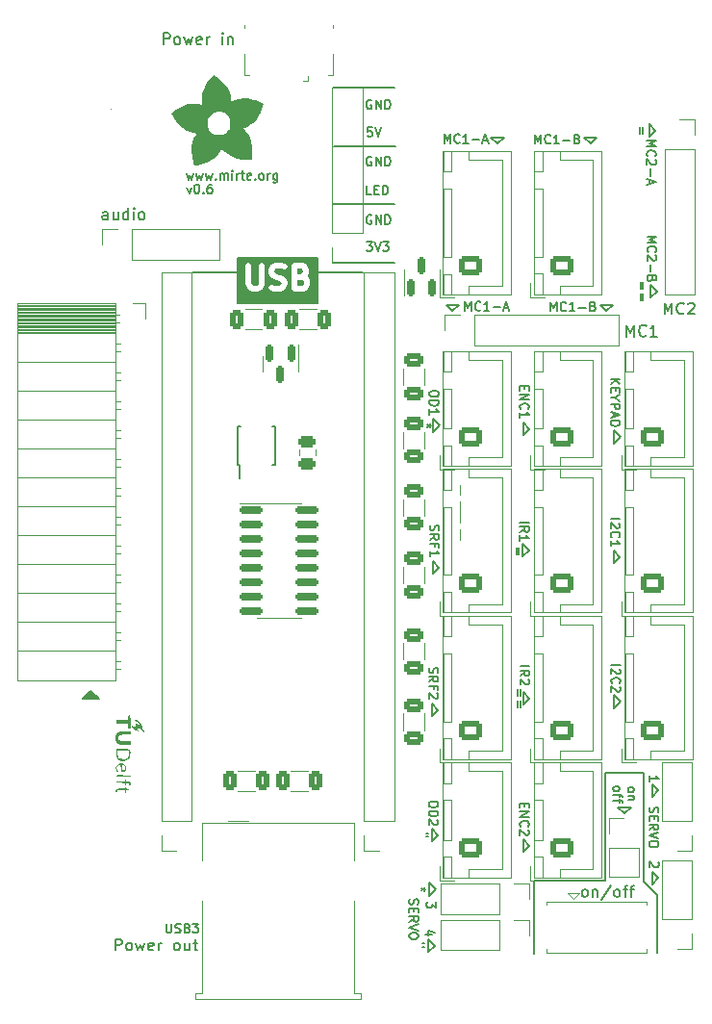
<source format=gbr>
%TF.GenerationSoftware,KiCad,Pcbnew,6.0.11-2627ca5db0~126~ubuntu20.04.1*%
%TF.CreationDate,2023-03-20T13:17:59+01:00*%
%TF.ProjectId,mirte_combination,6d697274-655f-4636-9f6d-62696e617469,rev?*%
%TF.SameCoordinates,Original*%
%TF.FileFunction,Legend,Top*%
%TF.FilePolarity,Positive*%
%FSLAX46Y46*%
G04 Gerber Fmt 4.6, Leading zero omitted, Abs format (unit mm)*
G04 Created by KiCad (PCBNEW 6.0.11-2627ca5db0~126~ubuntu20.04.1) date 2023-03-20 13:17:59*
%MOMM*%
%LPD*%
G01*
G04 APERTURE LIST*
G04 Aperture macros list*
%AMRoundRect*
0 Rectangle with rounded corners*
0 $1 Rounding radius*
0 $2 $3 $4 $5 $6 $7 $8 $9 X,Y pos of 4 corners*
0 Add a 4 corners polygon primitive as box body*
4,1,4,$2,$3,$4,$5,$6,$7,$8,$9,$2,$3,0*
0 Add four circle primitives for the rounded corners*
1,1,$1+$1,$2,$3*
1,1,$1+$1,$4,$5*
1,1,$1+$1,$6,$7*
1,1,$1+$1,$8,$9*
0 Add four rect primitives between the rounded corners*
20,1,$1+$1,$2,$3,$4,$5,0*
20,1,$1+$1,$4,$5,$6,$7,0*
20,1,$1+$1,$6,$7,$8,$9,0*
20,1,$1+$1,$8,$9,$2,$3,0*%
G04 Aperture macros list end*
%ADD10C,0.150000*%
%ADD11C,0.080000*%
%ADD12C,0.120000*%
%ADD13C,0.500000*%
%ADD14RoundRect,0.250000X-0.312500X-0.625000X0.312500X-0.625000X0.312500X0.625000X-0.312500X0.625000X0*%
%ADD15RoundRect,0.250000X0.725000X-0.600000X0.725000X0.600000X-0.725000X0.600000X-0.725000X-0.600000X0*%
%ADD16O,1.950000X1.700000*%
%ADD17R,0.300000X1.400000*%
%ADD18RoundRect,0.250000X0.625000X-0.312500X0.625000X0.312500X-0.625000X0.312500X-0.625000X-0.312500X0*%
%ADD19RoundRect,0.150000X0.150000X-0.587500X0.150000X0.587500X-0.150000X0.587500X-0.150000X-0.587500X0*%
%ADD20RoundRect,0.250000X0.312500X0.625000X-0.312500X0.625000X-0.312500X-0.625000X0.312500X-0.625000X0*%
%ADD21C,6.400000*%
%ADD22R,1.700000X1.700000*%
%ADD23O,1.700000X1.700000*%
%ADD24RoundRect,0.250000X-0.475000X0.250000X-0.475000X-0.250000X0.475000X-0.250000X0.475000X0.250000X0*%
%ADD25RoundRect,0.250000X-0.625000X0.312500X-0.625000X-0.312500X0.625000X-0.312500X0.625000X0.312500X0*%
%ADD26RoundRect,0.150000X-0.150000X0.587500X-0.150000X-0.587500X0.150000X-0.587500X0.150000X0.587500X0*%
%ADD27RoundRect,0.150000X-0.825000X-0.150000X0.825000X-0.150000X0.825000X0.150000X-0.825000X0.150000X0*%
%ADD28C,3.700000*%
%ADD29O,2.200000X3.500000*%
%ADD30R,1.500000X2.500000*%
%ADD31O,1.500000X2.500000*%
%ADD32R,0.400000X1.350000*%
%ADD33C,1.450000*%
%ADD34R,1.200000X1.900000*%
%ADD35R,1.500000X1.900000*%
%ADD36O,1.200000X1.900000*%
%ADD37R,1.600000X1.500000*%
%ADD38C,1.600000*%
%ADD39C,3.000000*%
G04 APERTURE END LIST*
D10*
X144760400Y-60048200D02*
X145310400Y-60598200D01*
X151275000Y-117512500D02*
X150725000Y-116937500D01*
X139925000Y-85700000D02*
X139375000Y-85125000D01*
X150610000Y-74165000D02*
X151160000Y-73615000D01*
X150025000Y-125525000D02*
X151225000Y-126725000D01*
X139950000Y-122375000D02*
X139400000Y-121800000D01*
D11*
X133850000Y-90650000D02*
X133850000Y-95450000D01*
D10*
X122620000Y-71110000D02*
X128040000Y-71110000D01*
X139885000Y-96370000D02*
X139335000Y-95795000D01*
X150025000Y-115975000D02*
X150025000Y-125525000D01*
X139375000Y-85125000D02*
X139375000Y-86250000D01*
X139410000Y-108850000D02*
X139410000Y-109975000D01*
X146600000Y-115975000D02*
X150025000Y-115975000D01*
X147750000Y-119000000D02*
X148300000Y-119550000D01*
X131050000Y-131712500D02*
X131600000Y-131162500D01*
X122630000Y-65960000D02*
X128050000Y-65960000D01*
X131130000Y-126765000D02*
X131680000Y-126215000D01*
X150530000Y-58830000D02*
X150530000Y-59955000D01*
X137109600Y-60599000D02*
X137684600Y-60049000D01*
X147410000Y-110265000D02*
X147960000Y-109715000D01*
X131890000Y-121460000D02*
X131340000Y-120885000D01*
X139335000Y-95795000D02*
X139335000Y-96920000D01*
X150725000Y-116937500D02*
X150725000Y-118062500D01*
X139335000Y-96920000D02*
X139885000Y-96370000D01*
X150750000Y-124650000D02*
X150750000Y-125775000D01*
X140375000Y-125475000D02*
X140375000Y-131900000D01*
G36*
X102055000Y-109475000D02*
G01*
X100655000Y-109475000D01*
X101355000Y-108775000D01*
X102055000Y-109475000D01*
G37*
X102055000Y-109475000D02*
X100655000Y-109475000D01*
X101355000Y-108775000D01*
X102055000Y-109475000D01*
X137684600Y-60049000D02*
X136559600Y-60049000D01*
G36*
X121300000Y-74660000D02*
G01*
X114290000Y-74660000D01*
X114290000Y-70620000D01*
X121300000Y-70620000D01*
X121300000Y-74660000D01*
G37*
X121300000Y-74660000D02*
X114290000Y-74660000D01*
X114290000Y-70620000D01*
X121300000Y-70620000D01*
X121300000Y-74660000D01*
X110250000Y-71925000D02*
X114250000Y-71925000D01*
X121300000Y-71950000D02*
X125300000Y-71950000D01*
X131470000Y-85955000D02*
X132020000Y-85405000D01*
X147375000Y-85850000D02*
X147375000Y-86975000D01*
X133735000Y-74800000D02*
X132610000Y-74800000D01*
X122730000Y-60870000D02*
X128150000Y-60870000D01*
X147410000Y-109140000D02*
X147410000Y-110265000D01*
X151160000Y-73615000D02*
X150610000Y-73040000D01*
X151225000Y-126725000D02*
X151225000Y-131800000D01*
X147900000Y-96985000D02*
X147350000Y-96410000D01*
X147350000Y-97535000D02*
X147900000Y-96985000D01*
X146180000Y-74790000D02*
X146730000Y-75340000D01*
X131470000Y-84830000D02*
X131470000Y-85955000D01*
X146600000Y-125475000D02*
X140375000Y-125475000D01*
X131340000Y-122010000D02*
X131890000Y-121460000D01*
X139400000Y-121800000D02*
X139400000Y-122925000D01*
X146600000Y-115975000D02*
X146600000Y-125475000D01*
X151030000Y-59455000D02*
X150480000Y-58880000D01*
X132020000Y-85405000D02*
X131470000Y-84830000D01*
X133160000Y-75350000D02*
X133735000Y-74800000D01*
X122630000Y-55680000D02*
X128050000Y-55680000D01*
X131130000Y-125640000D02*
X131130000Y-126765000D01*
X131350000Y-109850000D02*
X131350000Y-110975000D01*
X147375000Y-86975000D02*
X147925000Y-86425000D01*
X131425000Y-97325000D02*
X131425000Y-98450000D01*
X131350000Y-110975000D02*
X131900000Y-110425000D01*
X148300000Y-119550000D02*
X148875000Y-119000000D01*
X145885400Y-60048200D02*
X144760400Y-60048200D01*
X150750000Y-125775000D02*
X151300000Y-125225000D01*
X148875000Y-119000000D02*
X147750000Y-119000000D01*
X131600000Y-131162500D02*
X131050000Y-130587500D01*
X139400000Y-122925000D02*
X139950000Y-122375000D01*
X147350000Y-96410000D02*
X147350000Y-97535000D01*
X132610000Y-74800000D02*
X133160000Y-75350000D01*
X139960000Y-109425000D02*
X139410000Y-108850000D01*
X131340000Y-120885000D02*
X131340000Y-122010000D01*
X131900000Y-110425000D02*
X131350000Y-109850000D01*
X136559600Y-60049000D02*
X137109600Y-60599000D01*
X150725000Y-118062500D02*
X151275000Y-117512500D01*
X150530000Y-59955000D02*
X151080000Y-59405000D01*
X145310400Y-60598200D02*
X145885400Y-60048200D01*
X150610000Y-73040000D02*
X150610000Y-74165000D01*
X147305000Y-74790000D02*
X146180000Y-74790000D01*
X131975000Y-97900000D02*
X131425000Y-97325000D01*
X146730000Y-75340000D02*
X147305000Y-74790000D01*
X139375000Y-86250000D02*
X139925000Y-85700000D01*
X131050000Y-130587500D02*
X131050000Y-131712500D01*
X147960000Y-109715000D02*
X147410000Y-109140000D01*
X131680000Y-126215000D02*
X131130000Y-125640000D01*
X147925000Y-86425000D02*
X147375000Y-85850000D01*
X151300000Y-125225000D02*
X150750000Y-124650000D01*
X131425000Y-98450000D02*
X131975000Y-97900000D01*
X139410000Y-109975000D02*
X139960000Y-109425000D01*
X150258095Y-60344285D02*
X151058095Y-60344285D01*
X150486666Y-60610952D01*
X151058095Y-60877619D01*
X150258095Y-60877619D01*
X150334285Y-61715714D02*
X150296190Y-61677619D01*
X150258095Y-61563333D01*
X150258095Y-61487142D01*
X150296190Y-61372857D01*
X150372380Y-61296666D01*
X150448571Y-61258571D01*
X150600952Y-61220476D01*
X150715238Y-61220476D01*
X150867619Y-61258571D01*
X150943809Y-61296666D01*
X151020000Y-61372857D01*
X151058095Y-61487142D01*
X151058095Y-61563333D01*
X151020000Y-61677619D01*
X150981904Y-61715714D01*
X150981904Y-62020476D02*
X151020000Y-62058571D01*
X151058095Y-62134761D01*
X151058095Y-62325238D01*
X151020000Y-62401428D01*
X150981904Y-62439523D01*
X150905714Y-62477619D01*
X150829523Y-62477619D01*
X150715238Y-62439523D01*
X150258095Y-61982380D01*
X150258095Y-62477619D01*
X150562857Y-62820476D02*
X150562857Y-63430000D01*
X150486666Y-63772857D02*
X150486666Y-64153809D01*
X150258095Y-63696666D02*
X151058095Y-63963333D01*
X150258095Y-64230000D01*
X109807142Y-64453571D02*
X109997619Y-64986904D01*
X110188095Y-64453571D01*
X110645238Y-64186904D02*
X110721428Y-64186904D01*
X110797619Y-64225000D01*
X110835714Y-64263095D01*
X110873809Y-64339285D01*
X110911904Y-64491666D01*
X110911904Y-64682142D01*
X110873809Y-64834523D01*
X110835714Y-64910714D01*
X110797619Y-64948809D01*
X110721428Y-64986904D01*
X110645238Y-64986904D01*
X110569047Y-64948809D01*
X110530952Y-64910714D01*
X110492857Y-64834523D01*
X110454761Y-64682142D01*
X110454761Y-64491666D01*
X110492857Y-64339285D01*
X110530952Y-64263095D01*
X110569047Y-64225000D01*
X110645238Y-64186904D01*
X111254761Y-64910714D02*
X111292857Y-64948809D01*
X111254761Y-64986904D01*
X111216666Y-64948809D01*
X111254761Y-64910714D01*
X111254761Y-64986904D01*
X111978571Y-64186904D02*
X111826190Y-64186904D01*
X111750000Y-64225000D01*
X111711904Y-64263095D01*
X111635714Y-64377380D01*
X111597619Y-64529761D01*
X111597619Y-64834523D01*
X111635714Y-64910714D01*
X111673809Y-64948809D01*
X111750000Y-64986904D01*
X111902380Y-64986904D01*
X111978571Y-64948809D01*
X112016666Y-64910714D01*
X112054761Y-64834523D01*
X112054761Y-64644047D01*
X112016666Y-64567857D01*
X111978571Y-64529761D01*
X111902380Y-64491666D01*
X111750000Y-64491666D01*
X111673809Y-64529761D01*
X111635714Y-64567857D01*
X111597619Y-64644047D01*
X131878095Y-118652857D02*
X131878095Y-118805238D01*
X131840000Y-118881428D01*
X131763809Y-118957619D01*
X131611428Y-118995714D01*
X131344761Y-118995714D01*
X131192380Y-118957619D01*
X131116190Y-118881428D01*
X131078095Y-118805238D01*
X131078095Y-118652857D01*
X131116190Y-118576666D01*
X131192380Y-118500476D01*
X131344761Y-118462380D01*
X131611428Y-118462380D01*
X131763809Y-118500476D01*
X131840000Y-118576666D01*
X131878095Y-118652857D01*
X131078095Y-119338571D02*
X131878095Y-119338571D01*
X131878095Y-119529047D01*
X131840000Y-119643333D01*
X131763809Y-119719523D01*
X131687619Y-119757619D01*
X131535238Y-119795714D01*
X131420952Y-119795714D01*
X131268571Y-119757619D01*
X131192380Y-119719523D01*
X131116190Y-119643333D01*
X131078095Y-119529047D01*
X131078095Y-119338571D01*
X131801904Y-120100476D02*
X131840000Y-120138571D01*
X131878095Y-120214761D01*
X131878095Y-120405238D01*
X131840000Y-120481428D01*
X131801904Y-120519523D01*
X131725714Y-120557619D01*
X131649523Y-120557619D01*
X131535238Y-120519523D01*
X131078095Y-120062380D01*
X131078095Y-120557619D01*
X149947142Y-72770000D02*
X149947142Y-73379523D01*
X149718571Y-73379523D02*
X149718571Y-72770000D01*
X149947142Y-73760476D02*
X149947142Y-74370000D01*
X149718571Y-74370000D02*
X149718571Y-73760476D01*
X149897142Y-59155238D02*
X149897142Y-59764761D01*
X149668571Y-59764761D02*
X149668571Y-59155238D01*
X141807142Y-75331904D02*
X141807142Y-74531904D01*
X142073809Y-75103333D01*
X142340476Y-74531904D01*
X142340476Y-75331904D01*
X143178571Y-75255714D02*
X143140476Y-75293809D01*
X143026190Y-75331904D01*
X142950000Y-75331904D01*
X142835714Y-75293809D01*
X142759523Y-75217619D01*
X142721428Y-75141428D01*
X142683333Y-74989047D01*
X142683333Y-74874761D01*
X142721428Y-74722380D01*
X142759523Y-74646190D01*
X142835714Y-74570000D01*
X142950000Y-74531904D01*
X143026190Y-74531904D01*
X143140476Y-74570000D01*
X143178571Y-74608095D01*
X143940476Y-75331904D02*
X143483333Y-75331904D01*
X143711904Y-75331904D02*
X143711904Y-74531904D01*
X143635714Y-74646190D01*
X143559523Y-74722380D01*
X143483333Y-74760476D01*
X144283333Y-75027142D02*
X144892857Y-75027142D01*
X145540476Y-74912857D02*
X145654761Y-74950952D01*
X145692857Y-74989047D01*
X145730952Y-75065238D01*
X145730952Y-75179523D01*
X145692857Y-75255714D01*
X145654761Y-75293809D01*
X145578571Y-75331904D01*
X145273809Y-75331904D01*
X145273809Y-74531904D01*
X145540476Y-74531904D01*
X145616666Y-74570000D01*
X145654761Y-74608095D01*
X145692857Y-74684285D01*
X145692857Y-74760476D01*
X145654761Y-74836666D01*
X145616666Y-74874761D01*
X145540476Y-74912857D01*
X145273809Y-74912857D01*
X131226190Y-94197619D02*
X131188095Y-94311904D01*
X131188095Y-94502380D01*
X131226190Y-94578571D01*
X131264285Y-94616666D01*
X131340476Y-94654761D01*
X131416666Y-94654761D01*
X131492857Y-94616666D01*
X131530952Y-94578571D01*
X131569047Y-94502380D01*
X131607142Y-94350000D01*
X131645238Y-94273809D01*
X131683333Y-94235714D01*
X131759523Y-94197619D01*
X131835714Y-94197619D01*
X131911904Y-94235714D01*
X131950000Y-94273809D01*
X131988095Y-94350000D01*
X131988095Y-94540476D01*
X131950000Y-94654761D01*
X131188095Y-95454761D02*
X131569047Y-95188095D01*
X131188095Y-94997619D02*
X131988095Y-94997619D01*
X131988095Y-95302380D01*
X131950000Y-95378571D01*
X131911904Y-95416666D01*
X131835714Y-95454761D01*
X131721428Y-95454761D01*
X131645238Y-95416666D01*
X131607142Y-95378571D01*
X131569047Y-95302380D01*
X131569047Y-94997619D01*
X131607142Y-96064285D02*
X131607142Y-95797619D01*
X131188095Y-95797619D02*
X131988095Y-95797619D01*
X131988095Y-96178571D01*
X131188095Y-96902380D02*
X131188095Y-96445238D01*
X131188095Y-96673809D02*
X131988095Y-96673809D01*
X131873809Y-96597619D01*
X131797619Y-96521428D01*
X131759523Y-96445238D01*
X147088095Y-93648095D02*
X147888095Y-93648095D01*
X147811904Y-93990952D02*
X147850000Y-94029047D01*
X147888095Y-94105238D01*
X147888095Y-94295714D01*
X147850000Y-94371904D01*
X147811904Y-94410000D01*
X147735714Y-94448095D01*
X147659523Y-94448095D01*
X147545238Y-94410000D01*
X147088095Y-93952857D01*
X147088095Y-94448095D01*
X147164285Y-95248095D02*
X147126190Y-95210000D01*
X147088095Y-95095714D01*
X147088095Y-95019523D01*
X147126190Y-94905238D01*
X147202380Y-94829047D01*
X147278571Y-94790952D01*
X147430952Y-94752857D01*
X147545238Y-94752857D01*
X147697619Y-94790952D01*
X147773809Y-94829047D01*
X147850000Y-94905238D01*
X147888095Y-95019523D01*
X147888095Y-95095714D01*
X147850000Y-95210000D01*
X147811904Y-95248095D01*
X147088095Y-96010000D02*
X147088095Y-95552857D01*
X147088095Y-95781428D02*
X147888095Y-95781428D01*
X147773809Y-95705238D01*
X147697619Y-95629047D01*
X147659523Y-95552857D01*
X107984523Y-129236904D02*
X107984523Y-129884523D01*
X108022619Y-129960714D01*
X108060714Y-129998809D01*
X108136904Y-130036904D01*
X108289285Y-130036904D01*
X108365476Y-129998809D01*
X108403571Y-129960714D01*
X108441666Y-129884523D01*
X108441666Y-129236904D01*
X108784523Y-129998809D02*
X108898809Y-130036904D01*
X109089285Y-130036904D01*
X109165476Y-129998809D01*
X109203571Y-129960714D01*
X109241666Y-129884523D01*
X109241666Y-129808333D01*
X109203571Y-129732142D01*
X109165476Y-129694047D01*
X109089285Y-129655952D01*
X108936904Y-129617857D01*
X108860714Y-129579761D01*
X108822619Y-129541666D01*
X108784523Y-129465476D01*
X108784523Y-129389285D01*
X108822619Y-129313095D01*
X108860714Y-129275000D01*
X108936904Y-129236904D01*
X109127380Y-129236904D01*
X109241666Y-129275000D01*
X109851190Y-129617857D02*
X109965476Y-129655952D01*
X110003571Y-129694047D01*
X110041666Y-129770238D01*
X110041666Y-129884523D01*
X110003571Y-129960714D01*
X109965476Y-129998809D01*
X109889285Y-130036904D01*
X109584523Y-130036904D01*
X109584523Y-129236904D01*
X109851190Y-129236904D01*
X109927380Y-129275000D01*
X109965476Y-129313095D01*
X110003571Y-129389285D01*
X110003571Y-129465476D01*
X109965476Y-129541666D01*
X109927380Y-129579761D01*
X109851190Y-129617857D01*
X109584523Y-129617857D01*
X110308333Y-129236904D02*
X110803571Y-129236904D01*
X110536904Y-129541666D01*
X110651190Y-129541666D01*
X110727380Y-129579761D01*
X110765476Y-129617857D01*
X110803571Y-129694047D01*
X110803571Y-129884523D01*
X110765476Y-129960714D01*
X110727380Y-129998809D01*
X110651190Y-130036904D01*
X110422619Y-130036904D01*
X110346428Y-129998809D01*
X110308333Y-129960714D01*
X151236904Y-123796428D02*
X151275000Y-123834523D01*
X151313095Y-123910714D01*
X151313095Y-124101190D01*
X151275000Y-124177380D01*
X151236904Y-124215476D01*
X151160714Y-124253571D01*
X151084523Y-124253571D01*
X150970238Y-124215476D01*
X150513095Y-123758333D01*
X150513095Y-124253571D01*
X130998095Y-121282619D02*
X130845714Y-121282619D01*
X130998095Y-121587380D02*
X130845714Y-121587380D01*
X131341428Y-130192380D02*
X130808095Y-130192380D01*
X131646190Y-130001904D02*
X131074761Y-129811428D01*
X131074761Y-130306666D01*
X150308095Y-68757142D02*
X151108095Y-68757142D01*
X150536666Y-69023809D01*
X151108095Y-69290476D01*
X150308095Y-69290476D01*
X150384285Y-70128571D02*
X150346190Y-70090476D01*
X150308095Y-69976190D01*
X150308095Y-69900000D01*
X150346190Y-69785714D01*
X150422380Y-69709523D01*
X150498571Y-69671428D01*
X150650952Y-69633333D01*
X150765238Y-69633333D01*
X150917619Y-69671428D01*
X150993809Y-69709523D01*
X151070000Y-69785714D01*
X151108095Y-69900000D01*
X151108095Y-69976190D01*
X151070000Y-70090476D01*
X151031904Y-70128571D01*
X151031904Y-70433333D02*
X151070000Y-70471428D01*
X151108095Y-70547619D01*
X151108095Y-70738095D01*
X151070000Y-70814285D01*
X151031904Y-70852380D01*
X150955714Y-70890476D01*
X150879523Y-70890476D01*
X150765238Y-70852380D01*
X150308095Y-70395238D01*
X150308095Y-70890476D01*
X150612857Y-71233333D02*
X150612857Y-71842857D01*
X150727142Y-72490476D02*
X150689047Y-72604761D01*
X150650952Y-72642857D01*
X150574761Y-72680952D01*
X150460476Y-72680952D01*
X150384285Y-72642857D01*
X150346190Y-72604761D01*
X150308095Y-72528571D01*
X150308095Y-72223809D01*
X151108095Y-72223809D01*
X151108095Y-72490476D01*
X151070000Y-72566666D01*
X151031904Y-72604761D01*
X150955714Y-72642857D01*
X150879523Y-72642857D01*
X150803333Y-72604761D01*
X150765238Y-72566666D01*
X150727142Y-72490476D01*
X150727142Y-72223809D01*
X150513095Y-116678571D02*
X150513095Y-116221428D01*
X150513095Y-116450000D02*
X151313095Y-116450000D01*
X151198809Y-116373809D01*
X151122619Y-116297619D01*
X151084523Y-116221428D01*
X109761904Y-63228571D02*
X109914285Y-63761904D01*
X110066666Y-63380952D01*
X110219047Y-63761904D01*
X110371428Y-63228571D01*
X110600000Y-63228571D02*
X110752380Y-63761904D01*
X110904761Y-63380952D01*
X111057142Y-63761904D01*
X111209523Y-63228571D01*
X111438095Y-63228571D02*
X111590476Y-63761904D01*
X111742857Y-63380952D01*
X111895238Y-63761904D01*
X112047619Y-63228571D01*
X112352380Y-63685714D02*
X112390476Y-63723809D01*
X112352380Y-63761904D01*
X112314285Y-63723809D01*
X112352380Y-63685714D01*
X112352380Y-63761904D01*
X112733333Y-63761904D02*
X112733333Y-63228571D01*
X112733333Y-63304761D02*
X112771428Y-63266666D01*
X112847619Y-63228571D01*
X112961904Y-63228571D01*
X113038095Y-63266666D01*
X113076190Y-63342857D01*
X113076190Y-63761904D01*
X113076190Y-63342857D02*
X113114285Y-63266666D01*
X113190476Y-63228571D01*
X113304761Y-63228571D01*
X113380952Y-63266666D01*
X113419047Y-63342857D01*
X113419047Y-63761904D01*
X113800000Y-63761904D02*
X113800000Y-63228571D01*
X113800000Y-62961904D02*
X113761904Y-63000000D01*
X113800000Y-63038095D01*
X113838095Y-63000000D01*
X113800000Y-62961904D01*
X113800000Y-63038095D01*
X114180952Y-63761904D02*
X114180952Y-63228571D01*
X114180952Y-63380952D02*
X114219047Y-63304761D01*
X114257142Y-63266666D01*
X114333333Y-63228571D01*
X114409523Y-63228571D01*
X114561904Y-63228571D02*
X114866666Y-63228571D01*
X114676190Y-62961904D02*
X114676190Y-63647619D01*
X114714285Y-63723809D01*
X114790476Y-63761904D01*
X114866666Y-63761904D01*
X115438095Y-63723809D02*
X115361904Y-63761904D01*
X115209523Y-63761904D01*
X115133333Y-63723809D01*
X115095238Y-63647619D01*
X115095238Y-63342857D01*
X115133333Y-63266666D01*
X115209523Y-63228571D01*
X115361904Y-63228571D01*
X115438095Y-63266666D01*
X115476190Y-63342857D01*
X115476190Y-63419047D01*
X115095238Y-63495238D01*
X115819047Y-63685714D02*
X115857142Y-63723809D01*
X115819047Y-63761904D01*
X115780952Y-63723809D01*
X115819047Y-63685714D01*
X115819047Y-63761904D01*
X116314285Y-63761904D02*
X116238095Y-63723809D01*
X116200000Y-63685714D01*
X116161904Y-63609523D01*
X116161904Y-63380952D01*
X116200000Y-63304761D01*
X116238095Y-63266666D01*
X116314285Y-63228571D01*
X116428571Y-63228571D01*
X116504761Y-63266666D01*
X116542857Y-63304761D01*
X116580952Y-63380952D01*
X116580952Y-63609523D01*
X116542857Y-63685714D01*
X116504761Y-63723809D01*
X116428571Y-63761904D01*
X116314285Y-63761904D01*
X116923809Y-63761904D02*
X116923809Y-63228571D01*
X116923809Y-63380952D02*
X116961904Y-63304761D01*
X117000000Y-63266666D01*
X117076190Y-63228571D01*
X117152380Y-63228571D01*
X117761904Y-63228571D02*
X117761904Y-63876190D01*
X117723809Y-63952380D01*
X117685714Y-63990476D01*
X117609523Y-64028571D01*
X117495238Y-64028571D01*
X117419047Y-63990476D01*
X117761904Y-63723809D02*
X117685714Y-63761904D01*
X117533333Y-63761904D01*
X117457142Y-63723809D01*
X117419047Y-63685714D01*
X117380952Y-63609523D01*
X117380952Y-63380952D01*
X117419047Y-63304761D01*
X117457142Y-63266666D01*
X117533333Y-63228571D01*
X117685714Y-63228571D01*
X117761904Y-63266666D01*
X129396190Y-127077619D02*
X129358095Y-127191904D01*
X129358095Y-127382380D01*
X129396190Y-127458571D01*
X129434285Y-127496666D01*
X129510476Y-127534761D01*
X129586666Y-127534761D01*
X129662857Y-127496666D01*
X129700952Y-127458571D01*
X129739047Y-127382380D01*
X129777142Y-127230000D01*
X129815238Y-127153809D01*
X129853333Y-127115714D01*
X129929523Y-127077619D01*
X130005714Y-127077619D01*
X130081904Y-127115714D01*
X130120000Y-127153809D01*
X130158095Y-127230000D01*
X130158095Y-127420476D01*
X130120000Y-127534761D01*
X129777142Y-127877619D02*
X129777142Y-128144285D01*
X129358095Y-128258571D02*
X129358095Y-127877619D01*
X130158095Y-127877619D01*
X130158095Y-128258571D01*
X129358095Y-129058571D02*
X129739047Y-128791904D01*
X129358095Y-128601428D02*
X130158095Y-128601428D01*
X130158095Y-128906190D01*
X130120000Y-128982380D01*
X130081904Y-129020476D01*
X130005714Y-129058571D01*
X129891428Y-129058571D01*
X129815238Y-129020476D01*
X129777142Y-128982380D01*
X129739047Y-128906190D01*
X129739047Y-128601428D01*
X130158095Y-129287142D02*
X129358095Y-129553809D01*
X130158095Y-129820476D01*
X130158095Y-130239523D02*
X130158095Y-130391904D01*
X130120000Y-130468095D01*
X130043809Y-130544285D01*
X129891428Y-130582380D01*
X129624761Y-130582380D01*
X129472380Y-130544285D01*
X129396190Y-130468095D01*
X129358095Y-130391904D01*
X129358095Y-130239523D01*
X129396190Y-130163333D01*
X129472380Y-130087142D01*
X129624761Y-130049047D01*
X129891428Y-130049047D01*
X130043809Y-130087142D01*
X130120000Y-130163333D01*
X130158095Y-130239523D01*
X139017142Y-96105238D02*
X139017142Y-96714761D01*
X138788571Y-96714761D02*
X138788571Y-96105238D01*
X139148095Y-106599047D02*
X139948095Y-106599047D01*
X139148095Y-107437142D02*
X139529047Y-107170476D01*
X139148095Y-106980000D02*
X139948095Y-106980000D01*
X139948095Y-107284761D01*
X139910000Y-107360952D01*
X139871904Y-107399047D01*
X139795714Y-107437142D01*
X139681428Y-107437142D01*
X139605238Y-107399047D01*
X139567142Y-107360952D01*
X139529047Y-107284761D01*
X139529047Y-106980000D01*
X139871904Y-107741904D02*
X139910000Y-107780000D01*
X139948095Y-107856190D01*
X139948095Y-108046666D01*
X139910000Y-108122857D01*
X139871904Y-108160952D01*
X139795714Y-108199047D01*
X139719523Y-108199047D01*
X139605238Y-108160952D01*
X139148095Y-107703809D01*
X139148095Y-108199047D01*
X130668095Y-130947619D02*
X130515714Y-130947619D01*
X130668095Y-131252380D02*
X130515714Y-131252380D01*
X131678095Y-127313333D02*
X131678095Y-127808571D01*
X131373333Y-127541904D01*
X131373333Y-127656190D01*
X131335238Y-127732380D01*
X131297142Y-127770476D01*
X131220952Y-127808571D01*
X131030476Y-127808571D01*
X130954285Y-127770476D01*
X130916190Y-127732380D01*
X130878095Y-127656190D01*
X130878095Y-127427619D01*
X130916190Y-127351428D01*
X130954285Y-127313333D01*
X147148095Y-106478095D02*
X147948095Y-106478095D01*
X147871904Y-106820952D02*
X147910000Y-106859047D01*
X147948095Y-106935238D01*
X147948095Y-107125714D01*
X147910000Y-107201904D01*
X147871904Y-107240000D01*
X147795714Y-107278095D01*
X147719523Y-107278095D01*
X147605238Y-107240000D01*
X147148095Y-106782857D01*
X147148095Y-107278095D01*
X147224285Y-108078095D02*
X147186190Y-108040000D01*
X147148095Y-107925714D01*
X147148095Y-107849523D01*
X147186190Y-107735238D01*
X147262380Y-107659047D01*
X147338571Y-107620952D01*
X147490952Y-107582857D01*
X147605238Y-107582857D01*
X147757619Y-107620952D01*
X147833809Y-107659047D01*
X147910000Y-107735238D01*
X147948095Y-107849523D01*
X147948095Y-107925714D01*
X147910000Y-108040000D01*
X147871904Y-108078095D01*
X147871904Y-108382857D02*
X147910000Y-108420952D01*
X147948095Y-108497142D01*
X147948095Y-108687619D01*
X147910000Y-108763809D01*
X147871904Y-108801904D01*
X147795714Y-108840000D01*
X147719523Y-108840000D01*
X147605238Y-108801904D01*
X147148095Y-108344761D01*
X147148095Y-108840000D01*
X126040476Y-61775000D02*
X125964285Y-61736904D01*
X125850000Y-61736904D01*
X125735714Y-61775000D01*
X125659523Y-61851190D01*
X125621428Y-61927380D01*
X125583333Y-62079761D01*
X125583333Y-62194047D01*
X125621428Y-62346428D01*
X125659523Y-62422619D01*
X125735714Y-62498809D01*
X125850000Y-62536904D01*
X125926190Y-62536904D01*
X126040476Y-62498809D01*
X126078571Y-62460714D01*
X126078571Y-62194047D01*
X125926190Y-62194047D01*
X126421428Y-62536904D02*
X126421428Y-61736904D01*
X126878571Y-62536904D01*
X126878571Y-61736904D01*
X127259523Y-62536904D02*
X127259523Y-61736904D01*
X127450000Y-61736904D01*
X127564285Y-61775000D01*
X127640476Y-61851190D01*
X127678571Y-61927380D01*
X127716666Y-62079761D01*
X127716666Y-62194047D01*
X127678571Y-62346428D01*
X127640476Y-62422619D01*
X127564285Y-62498809D01*
X127450000Y-62536904D01*
X127259523Y-62536904D01*
X131958095Y-82547857D02*
X131958095Y-82700238D01*
X131920000Y-82776428D01*
X131843809Y-82852619D01*
X131691428Y-82890714D01*
X131424761Y-82890714D01*
X131272380Y-82852619D01*
X131196190Y-82776428D01*
X131158095Y-82700238D01*
X131158095Y-82547857D01*
X131196190Y-82471666D01*
X131272380Y-82395476D01*
X131424761Y-82357380D01*
X131691428Y-82357380D01*
X131843809Y-82395476D01*
X131920000Y-82471666D01*
X131958095Y-82547857D01*
X131158095Y-83233571D02*
X131958095Y-83233571D01*
X131958095Y-83424047D01*
X131920000Y-83538333D01*
X131843809Y-83614523D01*
X131767619Y-83652619D01*
X131615238Y-83690714D01*
X131500952Y-83690714D01*
X131348571Y-83652619D01*
X131272380Y-83614523D01*
X131196190Y-83538333D01*
X131158095Y-83424047D01*
X131158095Y-83233571D01*
X131158095Y-84452619D02*
X131158095Y-83995476D01*
X131158095Y-84224047D02*
X131958095Y-84224047D01*
X131843809Y-84147857D01*
X131767619Y-84071666D01*
X131729523Y-83995476D01*
X102849047Y-67282380D02*
X102849047Y-66758571D01*
X102801428Y-66663333D01*
X102706190Y-66615714D01*
X102515714Y-66615714D01*
X102420476Y-66663333D01*
X102849047Y-67234761D02*
X102753809Y-67282380D01*
X102515714Y-67282380D01*
X102420476Y-67234761D01*
X102372857Y-67139523D01*
X102372857Y-67044285D01*
X102420476Y-66949047D01*
X102515714Y-66901428D01*
X102753809Y-66901428D01*
X102849047Y-66853809D01*
X103753809Y-66615714D02*
X103753809Y-67282380D01*
X103325238Y-66615714D02*
X103325238Y-67139523D01*
X103372857Y-67234761D01*
X103468095Y-67282380D01*
X103610952Y-67282380D01*
X103706190Y-67234761D01*
X103753809Y-67187142D01*
X104658571Y-67282380D02*
X104658571Y-66282380D01*
X104658571Y-67234761D02*
X104563333Y-67282380D01*
X104372857Y-67282380D01*
X104277619Y-67234761D01*
X104230000Y-67187142D01*
X104182380Y-67091904D01*
X104182380Y-66806190D01*
X104230000Y-66710952D01*
X104277619Y-66663333D01*
X104372857Y-66615714D01*
X104563333Y-66615714D01*
X104658571Y-66663333D01*
X105134761Y-67282380D02*
X105134761Y-66615714D01*
X105134761Y-66282380D02*
X105087142Y-66330000D01*
X105134761Y-66377619D01*
X105182380Y-66330000D01*
X105134761Y-66282380D01*
X105134761Y-66377619D01*
X105753809Y-67282380D02*
X105658571Y-67234761D01*
X105610952Y-67187142D01*
X105563333Y-67091904D01*
X105563333Y-66806190D01*
X105610952Y-66710952D01*
X105658571Y-66663333D01*
X105753809Y-66615714D01*
X105896666Y-66615714D01*
X105991904Y-66663333D01*
X106039523Y-66710952D01*
X106087142Y-66806190D01*
X106087142Y-67091904D01*
X106039523Y-67187142D01*
X105991904Y-67234761D01*
X105896666Y-67282380D01*
X105753809Y-67282380D01*
X131151190Y-106697619D02*
X131113095Y-106811904D01*
X131113095Y-107002380D01*
X131151190Y-107078571D01*
X131189285Y-107116666D01*
X131265476Y-107154761D01*
X131341666Y-107154761D01*
X131417857Y-107116666D01*
X131455952Y-107078571D01*
X131494047Y-107002380D01*
X131532142Y-106850000D01*
X131570238Y-106773809D01*
X131608333Y-106735714D01*
X131684523Y-106697619D01*
X131760714Y-106697619D01*
X131836904Y-106735714D01*
X131875000Y-106773809D01*
X131913095Y-106850000D01*
X131913095Y-107040476D01*
X131875000Y-107154761D01*
X131113095Y-107954761D02*
X131494047Y-107688095D01*
X131113095Y-107497619D02*
X131913095Y-107497619D01*
X131913095Y-107802380D01*
X131875000Y-107878571D01*
X131836904Y-107916666D01*
X131760714Y-107954761D01*
X131646428Y-107954761D01*
X131570238Y-107916666D01*
X131532142Y-107878571D01*
X131494047Y-107802380D01*
X131494047Y-107497619D01*
X131532142Y-108564285D02*
X131532142Y-108297619D01*
X131113095Y-108297619D02*
X131913095Y-108297619D01*
X131913095Y-108678571D01*
X131836904Y-108945238D02*
X131875000Y-108983333D01*
X131913095Y-109059523D01*
X131913095Y-109250000D01*
X131875000Y-109326190D01*
X131836904Y-109364285D01*
X131760714Y-109402380D01*
X131684523Y-109402380D01*
X131570238Y-109364285D01*
X131113095Y-108907142D01*
X131113095Y-109402380D01*
X147113095Y-81292857D02*
X147913095Y-81292857D01*
X147113095Y-81750000D02*
X147570238Y-81407142D01*
X147913095Y-81750000D02*
X147455952Y-81292857D01*
X147532142Y-82092857D02*
X147532142Y-82359523D01*
X147113095Y-82473809D02*
X147113095Y-82092857D01*
X147913095Y-82092857D01*
X147913095Y-82473809D01*
X147494047Y-82969047D02*
X147113095Y-82969047D01*
X147913095Y-82702380D02*
X147494047Y-82969047D01*
X147913095Y-83235714D01*
X147113095Y-83502380D02*
X147913095Y-83502380D01*
X147913095Y-83807142D01*
X147875000Y-83883333D01*
X147836904Y-83921428D01*
X147760714Y-83959523D01*
X147646428Y-83959523D01*
X147570238Y-83921428D01*
X147532142Y-83883333D01*
X147494047Y-83807142D01*
X147494047Y-83502380D01*
X147341666Y-84264285D02*
X147341666Y-84645238D01*
X147113095Y-84188095D02*
X147913095Y-84454761D01*
X147113095Y-84721428D01*
X147113095Y-84988095D02*
X147913095Y-84988095D01*
X147913095Y-85178571D01*
X147875000Y-85292857D01*
X147798809Y-85369047D01*
X147722619Y-85407142D01*
X147570238Y-85445238D01*
X147455952Y-85445238D01*
X147303571Y-85407142D01*
X147227380Y-85369047D01*
X147151190Y-85292857D01*
X147113095Y-85178571D01*
X147113095Y-84988095D01*
X125609523Y-69261904D02*
X126104761Y-69261904D01*
X125838095Y-69566666D01*
X125952380Y-69566666D01*
X126028571Y-69604761D01*
X126066666Y-69642857D01*
X126104761Y-69719047D01*
X126104761Y-69909523D01*
X126066666Y-69985714D01*
X126028571Y-70023809D01*
X125952380Y-70061904D01*
X125723809Y-70061904D01*
X125647619Y-70023809D01*
X125609523Y-69985714D01*
X126333333Y-69261904D02*
X126600000Y-70061904D01*
X126866666Y-69261904D01*
X127057142Y-69261904D02*
X127552380Y-69261904D01*
X127285714Y-69566666D01*
X127400000Y-69566666D01*
X127476190Y-69604761D01*
X127514285Y-69642857D01*
X127552380Y-69719047D01*
X127552380Y-69909523D01*
X127514285Y-69985714D01*
X127476190Y-70023809D01*
X127400000Y-70061904D01*
X127171428Y-70061904D01*
X127095238Y-70023809D01*
X127057142Y-69985714D01*
X148607095Y-117405952D02*
X148645190Y-117329761D01*
X148683285Y-117291666D01*
X148759476Y-117253571D01*
X148988047Y-117253571D01*
X149064238Y-117291666D01*
X149102333Y-117329761D01*
X149140428Y-117405952D01*
X149140428Y-117520238D01*
X149102333Y-117596428D01*
X149064238Y-117634523D01*
X148988047Y-117672619D01*
X148759476Y-117672619D01*
X148683285Y-117634523D01*
X148645190Y-117596428D01*
X148607095Y-117520238D01*
X148607095Y-117405952D01*
X149140428Y-118015476D02*
X148607095Y-118015476D01*
X149064238Y-118015476D02*
X149102333Y-118053571D01*
X149140428Y-118129761D01*
X149140428Y-118244047D01*
X149102333Y-118320238D01*
X149026142Y-118358333D01*
X148607095Y-118358333D01*
X147319095Y-117310714D02*
X147357190Y-117234523D01*
X147395285Y-117196428D01*
X147471476Y-117158333D01*
X147700047Y-117158333D01*
X147776238Y-117196428D01*
X147814333Y-117234523D01*
X147852428Y-117310714D01*
X147852428Y-117425000D01*
X147814333Y-117501190D01*
X147776238Y-117539285D01*
X147700047Y-117577380D01*
X147471476Y-117577380D01*
X147395285Y-117539285D01*
X147357190Y-117501190D01*
X147319095Y-117425000D01*
X147319095Y-117310714D01*
X147852428Y-117805952D02*
X147852428Y-118110714D01*
X147319095Y-117920238D02*
X148004809Y-117920238D01*
X148081000Y-117958333D01*
X148119095Y-118034523D01*
X148119095Y-118110714D01*
X147852428Y-118263095D02*
X147852428Y-118567857D01*
X147319095Y-118377380D02*
X148004809Y-118377380D01*
X148081000Y-118415476D01*
X148119095Y-118491666D01*
X148119095Y-118567857D01*
X126040476Y-56775000D02*
X125964285Y-56736904D01*
X125850000Y-56736904D01*
X125735714Y-56775000D01*
X125659523Y-56851190D01*
X125621428Y-56927380D01*
X125583333Y-57079761D01*
X125583333Y-57194047D01*
X125621428Y-57346428D01*
X125659523Y-57422619D01*
X125735714Y-57498809D01*
X125850000Y-57536904D01*
X125926190Y-57536904D01*
X126040476Y-57498809D01*
X126078571Y-57460714D01*
X126078571Y-57194047D01*
X125926190Y-57194047D01*
X126421428Y-57536904D02*
X126421428Y-56736904D01*
X126878571Y-57536904D01*
X126878571Y-56736904D01*
X127259523Y-57536904D02*
X127259523Y-56736904D01*
X127450000Y-56736904D01*
X127564285Y-56775000D01*
X127640476Y-56851190D01*
X127678571Y-56927380D01*
X127716666Y-57079761D01*
X127716666Y-57194047D01*
X127678571Y-57346428D01*
X127640476Y-57422619D01*
X127564285Y-57498809D01*
X127450000Y-57536904D01*
X127259523Y-57536904D01*
X126097619Y-59186904D02*
X125716666Y-59186904D01*
X125678571Y-59567857D01*
X125716666Y-59529761D01*
X125792857Y-59491666D01*
X125983333Y-59491666D01*
X126059523Y-59529761D01*
X126097619Y-59567857D01*
X126135714Y-59644047D01*
X126135714Y-59834523D01*
X126097619Y-59910714D01*
X126059523Y-59948809D01*
X125983333Y-59986904D01*
X125792857Y-59986904D01*
X125716666Y-59948809D01*
X125678571Y-59910714D01*
X126364285Y-59186904D02*
X126630952Y-59986904D01*
X126897619Y-59186904D01*
X139532142Y-81928571D02*
X139532142Y-82195238D01*
X139113095Y-82309523D02*
X139113095Y-81928571D01*
X139913095Y-81928571D01*
X139913095Y-82309523D01*
X139113095Y-82652380D02*
X139913095Y-82652380D01*
X139113095Y-83109523D01*
X139913095Y-83109523D01*
X139189285Y-83947619D02*
X139151190Y-83909523D01*
X139113095Y-83795238D01*
X139113095Y-83719047D01*
X139151190Y-83604761D01*
X139227380Y-83528571D01*
X139303571Y-83490476D01*
X139455952Y-83452380D01*
X139570238Y-83452380D01*
X139722619Y-83490476D01*
X139798809Y-83528571D01*
X139875000Y-83604761D01*
X139913095Y-83719047D01*
X139913095Y-83795238D01*
X139875000Y-83909523D01*
X139836904Y-83947619D01*
X139113095Y-84709523D02*
X139113095Y-84252380D01*
X139113095Y-84480952D02*
X139913095Y-84480952D01*
X139798809Y-84404761D01*
X139722619Y-84328571D01*
X139684523Y-84252380D01*
X134274285Y-75311904D02*
X134274285Y-74511904D01*
X134540952Y-75083333D01*
X134807619Y-74511904D01*
X134807619Y-75311904D01*
X135645714Y-75235714D02*
X135607619Y-75273809D01*
X135493333Y-75311904D01*
X135417142Y-75311904D01*
X135302857Y-75273809D01*
X135226666Y-75197619D01*
X135188571Y-75121428D01*
X135150476Y-74969047D01*
X135150476Y-74854761D01*
X135188571Y-74702380D01*
X135226666Y-74626190D01*
X135302857Y-74550000D01*
X135417142Y-74511904D01*
X135493333Y-74511904D01*
X135607619Y-74550000D01*
X135645714Y-74588095D01*
X136407619Y-75311904D02*
X135950476Y-75311904D01*
X136179047Y-75311904D02*
X136179047Y-74511904D01*
X136102857Y-74626190D01*
X136026666Y-74702380D01*
X135950476Y-74740476D01*
X136750476Y-75007142D02*
X137360000Y-75007142D01*
X137702857Y-75083333D02*
X138083809Y-75083333D01*
X137626666Y-75311904D02*
X137893333Y-74511904D01*
X138160000Y-75311904D01*
X131308095Y-85410000D02*
X131117619Y-85410000D01*
X131193809Y-85219523D02*
X131117619Y-85410000D01*
X131193809Y-85600476D01*
X130965238Y-85295714D02*
X131117619Y-85410000D01*
X130965238Y-85524285D01*
X126035714Y-65086904D02*
X125654761Y-65086904D01*
X125654761Y-64286904D01*
X126302380Y-64667857D02*
X126569047Y-64667857D01*
X126683333Y-65086904D02*
X126302380Y-65086904D01*
X126302380Y-64286904D01*
X126683333Y-64286904D01*
X127026190Y-65086904D02*
X127026190Y-64286904D01*
X127216666Y-64286904D01*
X127330952Y-64325000D01*
X127407142Y-64401190D01*
X127445238Y-64477380D01*
X127483333Y-64629761D01*
X127483333Y-64744047D01*
X127445238Y-64896428D01*
X127407142Y-64972619D01*
X127330952Y-65048809D01*
X127216666Y-65086904D01*
X127026190Y-65086904D01*
X139098095Y-93939047D02*
X139898095Y-93939047D01*
X139098095Y-94777142D02*
X139479047Y-94510476D01*
X139098095Y-94320000D02*
X139898095Y-94320000D01*
X139898095Y-94624761D01*
X139860000Y-94700952D01*
X139821904Y-94739047D01*
X139745714Y-94777142D01*
X139631428Y-94777142D01*
X139555238Y-94739047D01*
X139517142Y-94700952D01*
X139479047Y-94624761D01*
X139479047Y-94320000D01*
X139098095Y-95539047D02*
X139098095Y-95081904D01*
X139098095Y-95310476D02*
X139898095Y-95310476D01*
X139783809Y-95234285D01*
X139707619Y-95158095D01*
X139669523Y-95081904D01*
X139122142Y-108585000D02*
X139122142Y-109194523D01*
X138893571Y-109194523D02*
X138893571Y-108585000D01*
X139122142Y-109575476D02*
X139122142Y-110185000D01*
X138893571Y-110185000D02*
X138893571Y-109575476D01*
X150526190Y-118997619D02*
X150488095Y-119111904D01*
X150488095Y-119302380D01*
X150526190Y-119378571D01*
X150564285Y-119416666D01*
X150640476Y-119454761D01*
X150716666Y-119454761D01*
X150792857Y-119416666D01*
X150830952Y-119378571D01*
X150869047Y-119302380D01*
X150907142Y-119150000D01*
X150945238Y-119073809D01*
X150983333Y-119035714D01*
X151059523Y-118997619D01*
X151135714Y-118997619D01*
X151211904Y-119035714D01*
X151250000Y-119073809D01*
X151288095Y-119150000D01*
X151288095Y-119340476D01*
X151250000Y-119454761D01*
X150907142Y-119797619D02*
X150907142Y-120064285D01*
X150488095Y-120178571D02*
X150488095Y-119797619D01*
X151288095Y-119797619D01*
X151288095Y-120178571D01*
X150488095Y-120978571D02*
X150869047Y-120711904D01*
X150488095Y-120521428D02*
X151288095Y-120521428D01*
X151288095Y-120826190D01*
X151250000Y-120902380D01*
X151211904Y-120940476D01*
X151135714Y-120978571D01*
X151021428Y-120978571D01*
X150945238Y-120940476D01*
X150907142Y-120902380D01*
X150869047Y-120826190D01*
X150869047Y-120521428D01*
X151288095Y-121207142D02*
X150488095Y-121473809D01*
X151288095Y-121740476D01*
X151288095Y-122159523D02*
X151288095Y-122311904D01*
X151250000Y-122388095D01*
X151173809Y-122464285D01*
X151021428Y-122502380D01*
X150754761Y-122502380D01*
X150602380Y-122464285D01*
X150526190Y-122388095D01*
X150488095Y-122311904D01*
X150488095Y-122159523D01*
X150526190Y-122083333D01*
X150602380Y-122007142D01*
X150754761Y-121969047D01*
X151021428Y-121969047D01*
X151173809Y-122007142D01*
X151250000Y-122083333D01*
X151288095Y-122159523D01*
X130818095Y-126210000D02*
X130627619Y-126210000D01*
X130703809Y-126019523D02*
X130627619Y-126210000D01*
X130703809Y-126400476D01*
X130475238Y-126095714D02*
X130627619Y-126210000D01*
X130475238Y-126324285D01*
X139532142Y-118653571D02*
X139532142Y-118920238D01*
X139113095Y-119034523D02*
X139113095Y-118653571D01*
X139913095Y-118653571D01*
X139913095Y-119034523D01*
X139113095Y-119377380D02*
X139913095Y-119377380D01*
X139113095Y-119834523D01*
X139913095Y-119834523D01*
X139189285Y-120672619D02*
X139151190Y-120634523D01*
X139113095Y-120520238D01*
X139113095Y-120444047D01*
X139151190Y-120329761D01*
X139227380Y-120253571D01*
X139303571Y-120215476D01*
X139455952Y-120177380D01*
X139570238Y-120177380D01*
X139722619Y-120215476D01*
X139798809Y-120253571D01*
X139875000Y-120329761D01*
X139913095Y-120444047D01*
X139913095Y-120520238D01*
X139875000Y-120634523D01*
X139836904Y-120672619D01*
X139836904Y-120977380D02*
X139875000Y-121015476D01*
X139913095Y-121091666D01*
X139913095Y-121282142D01*
X139875000Y-121358333D01*
X139836904Y-121396428D01*
X139760714Y-121434523D01*
X139684523Y-121434523D01*
X139570238Y-121396428D01*
X139113095Y-120939285D01*
X139113095Y-121434523D01*
X126040476Y-66925000D02*
X125964285Y-66886904D01*
X125850000Y-66886904D01*
X125735714Y-66925000D01*
X125659523Y-67001190D01*
X125621428Y-67077380D01*
X125583333Y-67229761D01*
X125583333Y-67344047D01*
X125621428Y-67496428D01*
X125659523Y-67572619D01*
X125735714Y-67648809D01*
X125850000Y-67686904D01*
X125926190Y-67686904D01*
X126040476Y-67648809D01*
X126078571Y-67610714D01*
X126078571Y-67344047D01*
X125926190Y-67344047D01*
X126421428Y-67686904D02*
X126421428Y-66886904D01*
X126878571Y-67686904D01*
X126878571Y-66886904D01*
X127259523Y-67686904D02*
X127259523Y-66886904D01*
X127450000Y-66886904D01*
X127564285Y-66925000D01*
X127640476Y-67001190D01*
X127678571Y-67077380D01*
X127716666Y-67229761D01*
X127716666Y-67344047D01*
X127678571Y-67496428D01*
X127640476Y-67572619D01*
X127564285Y-67648809D01*
X127450000Y-67686904D01*
X127259523Y-67686904D01*
%TO.C,J24*%
X140427142Y-60611904D02*
X140427142Y-59811904D01*
X140693809Y-60383333D01*
X140960476Y-59811904D01*
X140960476Y-60611904D01*
X141798571Y-60535714D02*
X141760476Y-60573809D01*
X141646190Y-60611904D01*
X141570000Y-60611904D01*
X141455714Y-60573809D01*
X141379523Y-60497619D01*
X141341428Y-60421428D01*
X141303333Y-60269047D01*
X141303333Y-60154761D01*
X141341428Y-60002380D01*
X141379523Y-59926190D01*
X141455714Y-59850000D01*
X141570000Y-59811904D01*
X141646190Y-59811904D01*
X141760476Y-59850000D01*
X141798571Y-59888095D01*
X142560476Y-60611904D02*
X142103333Y-60611904D01*
X142331904Y-60611904D02*
X142331904Y-59811904D01*
X142255714Y-59926190D01*
X142179523Y-60002380D01*
X142103333Y-60040476D01*
X142903333Y-60307142D02*
X143512857Y-60307142D01*
X144160476Y-60192857D02*
X144274761Y-60230952D01*
X144312857Y-60269047D01*
X144350952Y-60345238D01*
X144350952Y-60459523D01*
X144312857Y-60535714D01*
X144274761Y-60573809D01*
X144198571Y-60611904D01*
X143893809Y-60611904D01*
X143893809Y-59811904D01*
X144160476Y-59811904D01*
X144236666Y-59850000D01*
X144274761Y-59888095D01*
X144312857Y-59964285D01*
X144312857Y-60040476D01*
X144274761Y-60116666D01*
X144236666Y-60154761D01*
X144160476Y-60192857D01*
X143893809Y-60192857D01*
%TO.C,J18*%
X151820476Y-75612380D02*
X151820476Y-74612380D01*
X152153809Y-75326666D01*
X152487142Y-74612380D01*
X152487142Y-75612380D01*
X153534761Y-75517142D02*
X153487142Y-75564761D01*
X153344285Y-75612380D01*
X153249047Y-75612380D01*
X153106190Y-75564761D01*
X153010952Y-75469523D01*
X152963333Y-75374285D01*
X152915714Y-75183809D01*
X152915714Y-75040952D01*
X152963333Y-74850476D01*
X153010952Y-74755238D01*
X153106190Y-74660000D01*
X153249047Y-74612380D01*
X153344285Y-74612380D01*
X153487142Y-74660000D01*
X153534761Y-74707619D01*
X153915714Y-74707619D02*
X153963333Y-74660000D01*
X154058571Y-74612380D01*
X154296666Y-74612380D01*
X154391904Y-74660000D01*
X154439523Y-74707619D01*
X154487142Y-74802857D01*
X154487142Y-74898095D01*
X154439523Y-75040952D01*
X153868095Y-75612380D01*
X154487142Y-75612380D01*
%TO.C,J23*%
X132444285Y-60561904D02*
X132444285Y-59761904D01*
X132710952Y-60333333D01*
X132977619Y-59761904D01*
X132977619Y-60561904D01*
X133815714Y-60485714D02*
X133777619Y-60523809D01*
X133663333Y-60561904D01*
X133587142Y-60561904D01*
X133472857Y-60523809D01*
X133396666Y-60447619D01*
X133358571Y-60371428D01*
X133320476Y-60219047D01*
X133320476Y-60104761D01*
X133358571Y-59952380D01*
X133396666Y-59876190D01*
X133472857Y-59800000D01*
X133587142Y-59761904D01*
X133663333Y-59761904D01*
X133777619Y-59800000D01*
X133815714Y-59838095D01*
X134577619Y-60561904D02*
X134120476Y-60561904D01*
X134349047Y-60561904D02*
X134349047Y-59761904D01*
X134272857Y-59876190D01*
X134196666Y-59952380D01*
X134120476Y-59990476D01*
X134920476Y-60257142D02*
X135530000Y-60257142D01*
X135872857Y-60333333D02*
X136253809Y-60333333D01*
X135796666Y-60561904D02*
X136063333Y-59761904D01*
X136330000Y-60561904D01*
%TO.C,REF\u002A\u002A*%
X103766666Y-57522380D02*
X103433333Y-57046190D01*
X103195238Y-57522380D02*
X103195238Y-56522380D01*
X103576190Y-56522380D01*
X103671428Y-56570000D01*
X103719047Y-56617619D01*
X103766666Y-56712857D01*
X103766666Y-56855714D01*
X103719047Y-56950952D01*
X103671428Y-56998571D01*
X103576190Y-57046190D01*
X103195238Y-57046190D01*
X104195238Y-56998571D02*
X104528571Y-56998571D01*
X104671428Y-57522380D02*
X104195238Y-57522380D01*
X104195238Y-56522380D01*
X104671428Y-56522380D01*
X105433333Y-56998571D02*
X105100000Y-56998571D01*
X105100000Y-57522380D02*
X105100000Y-56522380D01*
X105576190Y-56522380D01*
X106100000Y-56522380D02*
X106100000Y-56760476D01*
X105861904Y-56665238D02*
X106100000Y-56760476D01*
X106338095Y-56665238D01*
X105957142Y-56950952D02*
X106100000Y-56760476D01*
X106242857Y-56950952D01*
X106861904Y-56522380D02*
X106861904Y-56760476D01*
X106623809Y-56665238D02*
X106861904Y-56760476D01*
X107100000Y-56665238D01*
X106719047Y-56950952D02*
X106861904Y-56760476D01*
X107004761Y-56950952D01*
%TO.C,SW1*%
X144728571Y-126877380D02*
X144633333Y-126829761D01*
X144585714Y-126782142D01*
X144538095Y-126686904D01*
X144538095Y-126401190D01*
X144585714Y-126305952D01*
X144633333Y-126258333D01*
X144728571Y-126210714D01*
X144871428Y-126210714D01*
X144966666Y-126258333D01*
X145014285Y-126305952D01*
X145061904Y-126401190D01*
X145061904Y-126686904D01*
X145014285Y-126782142D01*
X144966666Y-126829761D01*
X144871428Y-126877380D01*
X144728571Y-126877380D01*
X145490476Y-126210714D02*
X145490476Y-126877380D01*
X145490476Y-126305952D02*
X145538095Y-126258333D01*
X145633333Y-126210714D01*
X145776190Y-126210714D01*
X145871428Y-126258333D01*
X145919047Y-126353571D01*
X145919047Y-126877380D01*
X147109523Y-125829761D02*
X146252380Y-127115476D01*
X147585714Y-126877380D02*
X147490476Y-126829761D01*
X147442857Y-126782142D01*
X147395238Y-126686904D01*
X147395238Y-126401190D01*
X147442857Y-126305952D01*
X147490476Y-126258333D01*
X147585714Y-126210714D01*
X147728571Y-126210714D01*
X147823809Y-126258333D01*
X147871428Y-126305952D01*
X147919047Y-126401190D01*
X147919047Y-126686904D01*
X147871428Y-126782142D01*
X147823809Y-126829761D01*
X147728571Y-126877380D01*
X147585714Y-126877380D01*
X148204761Y-126210714D02*
X148585714Y-126210714D01*
X148347619Y-126877380D02*
X148347619Y-126020238D01*
X148395238Y-125925000D01*
X148490476Y-125877380D01*
X148585714Y-125877380D01*
X148776190Y-126210714D02*
X149157142Y-126210714D01*
X148919047Y-126877380D02*
X148919047Y-126020238D01*
X148966666Y-125925000D01*
X149061904Y-125877380D01*
X149157142Y-125877380D01*
%TO.C,J17*%
X148499676Y-77566780D02*
X148499676Y-76566780D01*
X148833009Y-77281066D01*
X149166342Y-76566780D01*
X149166342Y-77566780D01*
X150213961Y-77471542D02*
X150166342Y-77519161D01*
X150023485Y-77566780D01*
X149928247Y-77566780D01*
X149785390Y-77519161D01*
X149690152Y-77423923D01*
X149642533Y-77328685D01*
X149594914Y-77138209D01*
X149594914Y-76995352D01*
X149642533Y-76804876D01*
X149690152Y-76709638D01*
X149785390Y-76614400D01*
X149928247Y-76566780D01*
X150023485Y-76566780D01*
X150166342Y-76614400D01*
X150213961Y-76662019D01*
X151166342Y-77566780D02*
X150594914Y-77566780D01*
X150880628Y-77566780D02*
X150880628Y-76566780D01*
X150785390Y-76709638D01*
X150690152Y-76804876D01*
X150594914Y-76852495D01*
%TO.C,J34*%
X107742380Y-51872380D02*
X107742380Y-50872380D01*
X108123333Y-50872380D01*
X108218571Y-50920000D01*
X108266190Y-50967619D01*
X108313809Y-51062857D01*
X108313809Y-51205714D01*
X108266190Y-51300952D01*
X108218571Y-51348571D01*
X108123333Y-51396190D01*
X107742380Y-51396190D01*
X108885238Y-51872380D02*
X108790000Y-51824761D01*
X108742380Y-51777142D01*
X108694761Y-51681904D01*
X108694761Y-51396190D01*
X108742380Y-51300952D01*
X108790000Y-51253333D01*
X108885238Y-51205714D01*
X109028095Y-51205714D01*
X109123333Y-51253333D01*
X109170952Y-51300952D01*
X109218571Y-51396190D01*
X109218571Y-51681904D01*
X109170952Y-51777142D01*
X109123333Y-51824761D01*
X109028095Y-51872380D01*
X108885238Y-51872380D01*
X109551904Y-51205714D02*
X109742380Y-51872380D01*
X109932857Y-51396190D01*
X110123333Y-51872380D01*
X110313809Y-51205714D01*
X111075714Y-51824761D02*
X110980476Y-51872380D01*
X110790000Y-51872380D01*
X110694761Y-51824761D01*
X110647142Y-51729523D01*
X110647142Y-51348571D01*
X110694761Y-51253333D01*
X110790000Y-51205714D01*
X110980476Y-51205714D01*
X111075714Y-51253333D01*
X111123333Y-51348571D01*
X111123333Y-51443809D01*
X110647142Y-51539047D01*
X111551904Y-51872380D02*
X111551904Y-51205714D01*
X111551904Y-51396190D02*
X111599523Y-51300952D01*
X111647142Y-51253333D01*
X111742380Y-51205714D01*
X111837619Y-51205714D01*
X112932857Y-51872380D02*
X112932857Y-51205714D01*
X112932857Y-50872380D02*
X112885238Y-50920000D01*
X112932857Y-50967619D01*
X112980476Y-50920000D01*
X112932857Y-50872380D01*
X112932857Y-50967619D01*
X113409047Y-51205714D02*
X113409047Y-51872380D01*
X113409047Y-51300952D02*
X113456666Y-51253333D01*
X113551904Y-51205714D01*
X113694761Y-51205714D01*
X113790000Y-51253333D01*
X113837619Y-51348571D01*
X113837619Y-51872380D01*
%TO.C,J35*%
X103502380Y-131577380D02*
X103502380Y-130577380D01*
X103883333Y-130577380D01*
X103978571Y-130625000D01*
X104026190Y-130672619D01*
X104073809Y-130767857D01*
X104073809Y-130910714D01*
X104026190Y-131005952D01*
X103978571Y-131053571D01*
X103883333Y-131101190D01*
X103502380Y-131101190D01*
X104645238Y-131577380D02*
X104550000Y-131529761D01*
X104502380Y-131482142D01*
X104454761Y-131386904D01*
X104454761Y-131101190D01*
X104502380Y-131005952D01*
X104550000Y-130958333D01*
X104645238Y-130910714D01*
X104788095Y-130910714D01*
X104883333Y-130958333D01*
X104930952Y-131005952D01*
X104978571Y-131101190D01*
X104978571Y-131386904D01*
X104930952Y-131482142D01*
X104883333Y-131529761D01*
X104788095Y-131577380D01*
X104645238Y-131577380D01*
X105311904Y-130910714D02*
X105502380Y-131577380D01*
X105692857Y-131101190D01*
X105883333Y-131577380D01*
X106073809Y-130910714D01*
X106835714Y-131529761D02*
X106740476Y-131577380D01*
X106550000Y-131577380D01*
X106454761Y-131529761D01*
X106407142Y-131434523D01*
X106407142Y-131053571D01*
X106454761Y-130958333D01*
X106550000Y-130910714D01*
X106740476Y-130910714D01*
X106835714Y-130958333D01*
X106883333Y-131053571D01*
X106883333Y-131148809D01*
X106407142Y-131244047D01*
X107311904Y-131577380D02*
X107311904Y-130910714D01*
X107311904Y-131101190D02*
X107359523Y-131005952D01*
X107407142Y-130958333D01*
X107502380Y-130910714D01*
X107597619Y-130910714D01*
X108835714Y-131577380D02*
X108740476Y-131529761D01*
X108692857Y-131482142D01*
X108645238Y-131386904D01*
X108645238Y-131101190D01*
X108692857Y-131005952D01*
X108740476Y-130958333D01*
X108835714Y-130910714D01*
X108978571Y-130910714D01*
X109073809Y-130958333D01*
X109121428Y-131005952D01*
X109169047Y-131101190D01*
X109169047Y-131386904D01*
X109121428Y-131482142D01*
X109073809Y-131529761D01*
X108978571Y-131577380D01*
X108835714Y-131577380D01*
X110026190Y-130910714D02*
X110026190Y-131577380D01*
X109597619Y-130910714D02*
X109597619Y-131434523D01*
X109645238Y-131529761D01*
X109740476Y-131577380D01*
X109883333Y-131577380D01*
X109978571Y-131529761D01*
X110026190Y-131482142D01*
X110359523Y-130910714D02*
X110740476Y-130910714D01*
X110502380Y-130577380D02*
X110502380Y-131434523D01*
X110550000Y-131529761D01*
X110645238Y-131577380D01*
X110740476Y-131577380D01*
D12*
%TO.C,R2*%
X119722936Y-75140000D02*
X121177064Y-75140000D01*
X119722936Y-76960000D02*
X121177064Y-76960000D01*
%TO.C,J9*%
X137550000Y-115800000D02*
X137550000Y-120100000D01*
X133100000Y-121850000D02*
X133100000Y-118350000D01*
X134600000Y-124400000D02*
X137550000Y-124400000D01*
X133100000Y-118350000D02*
X132350000Y-118350000D01*
X133100000Y-116850000D02*
X133100000Y-115050000D01*
X132050000Y-125450000D02*
X133300000Y-125450000D01*
X132350000Y-123350000D02*
X132350000Y-125150000D01*
X138310000Y-125160000D02*
X138310000Y-115040000D01*
X134600000Y-115050000D02*
X134600000Y-115800000D01*
X133100000Y-125150000D02*
X133100000Y-123350000D01*
X132340000Y-115040000D02*
X132340000Y-125160000D01*
X137550000Y-124400000D02*
X137550000Y-120100000D01*
X138310000Y-115040000D02*
X132340000Y-115040000D01*
X132350000Y-118350000D02*
X132350000Y-121850000D01*
X132350000Y-115050000D02*
X132350000Y-116850000D01*
X134600000Y-115800000D02*
X137550000Y-115800000D01*
X132340000Y-125160000D02*
X138310000Y-125160000D01*
X132350000Y-116850000D02*
X133100000Y-116850000D01*
X132350000Y-121850000D02*
X133100000Y-121850000D01*
X134600000Y-125150000D02*
X134600000Y-124400000D01*
X133100000Y-115050000D02*
X132350000Y-115050000D01*
X133100000Y-123350000D02*
X132350000Y-123350000D01*
X132050000Y-124200000D02*
X132050000Y-125450000D01*
X132350000Y-125150000D02*
X133100000Y-125150000D01*
D10*
%TO.C,U2*%
X117585000Y-85475000D02*
X117285000Y-85475000D01*
X114235000Y-88825000D02*
X114235000Y-85475000D01*
X114235000Y-85475000D02*
X114535000Y-85475000D01*
X114235000Y-88825000D02*
X114460000Y-88825000D01*
X114460000Y-88825000D02*
X114460000Y-90050000D01*
X117585000Y-88825000D02*
X117585000Y-85475000D01*
X117585000Y-88825000D02*
X117285000Y-88825000D01*
D12*
%TO.C,R7*%
X130660000Y-112202064D02*
X130660000Y-110747936D01*
X128840000Y-112202064D02*
X128840000Y-110747936D01*
%TO.C,Q1*%
X128890000Y-72310000D02*
X128890000Y-71660000D01*
X128890000Y-72310000D02*
X128890000Y-73985000D01*
X132010000Y-72310000D02*
X132010000Y-72960000D01*
X132010000Y-72310000D02*
X132010000Y-71660000D01*
%TO.C,R8*%
X114308736Y-115757800D02*
X115762864Y-115757800D01*
X114308736Y-117577800D02*
X115762864Y-117577800D01*
%TO.C,R9*%
X120417064Y-115760000D02*
X118962936Y-115760000D01*
X120417064Y-117580000D02*
X118962936Y-117580000D01*
%TO.C,J4*%
X110201000Y-120230000D02*
X107541000Y-120230000D01*
X108871000Y-122830000D02*
X107541000Y-122830000D01*
X110201000Y-71910000D02*
X107541000Y-71910000D01*
X107541000Y-122830000D02*
X107541000Y-121500000D01*
X107541000Y-120230000D02*
X107541000Y-71910000D01*
X110201000Y-120230000D02*
X110201000Y-71910000D01*
%TO.C,C1*%
X119655000Y-87528748D02*
X119655000Y-88051252D01*
X121125000Y-87528748D02*
X121125000Y-88051252D01*
%TO.C,J1*%
X137305000Y-125720000D02*
X132165000Y-125720000D01*
X137305000Y-125720000D02*
X137305000Y-128380000D01*
X138575000Y-125720000D02*
X139905000Y-125720000D01*
X132165000Y-125720000D02*
X132165000Y-128380000D01*
X139905000Y-125720000D02*
X139905000Y-127050000D01*
X137305000Y-128380000D02*
X132165000Y-128380000D01*
%TO.C,J14*%
X145550000Y-114000000D02*
X145550000Y-108450000D01*
X140350000Y-111450000D02*
X141100000Y-111450000D01*
X140350000Y-114750000D02*
X141100000Y-114750000D01*
X145550000Y-102900000D02*
X145550000Y-108450000D01*
X146310000Y-102140000D02*
X140340000Y-102140000D01*
X146310000Y-114760000D02*
X146310000Y-102140000D01*
X140050000Y-115050000D02*
X141300000Y-115050000D01*
X140350000Y-103950000D02*
X141100000Y-103950000D01*
X141100000Y-111450000D02*
X141100000Y-105450000D01*
X140340000Y-114760000D02*
X146310000Y-114760000D01*
X140340000Y-102140000D02*
X140340000Y-114760000D01*
X141100000Y-102150000D02*
X140350000Y-102150000D01*
X140350000Y-112950000D02*
X140350000Y-114750000D01*
X142600000Y-102900000D02*
X145550000Y-102900000D01*
X142600000Y-102150000D02*
X142600000Y-102900000D01*
X141100000Y-114750000D02*
X141100000Y-112950000D01*
X141100000Y-105450000D02*
X140350000Y-105450000D01*
X142600000Y-114000000D02*
X145550000Y-114000000D01*
X140050000Y-113800000D02*
X140050000Y-115050000D01*
X141100000Y-112950000D02*
X140350000Y-112950000D01*
X142600000Y-114750000D02*
X142600000Y-114000000D01*
X141100000Y-103950000D02*
X141100000Y-102150000D01*
X140350000Y-105450000D02*
X140350000Y-111450000D01*
X140350000Y-102150000D02*
X140350000Y-103950000D01*
%TO.C,J10*%
X146310000Y-89240000D02*
X140340000Y-89240000D01*
X140350000Y-91050000D02*
X141100000Y-91050000D01*
X141100000Y-100050000D02*
X140350000Y-100050000D01*
X142600000Y-89250000D02*
X142600000Y-90000000D01*
X140050000Y-102150000D02*
X141300000Y-102150000D01*
X140350000Y-89250000D02*
X140350000Y-91050000D01*
X140340000Y-101860000D02*
X146310000Y-101860000D01*
X140350000Y-98550000D02*
X141100000Y-98550000D01*
X146310000Y-101860000D02*
X146310000Y-89240000D01*
X141100000Y-98550000D02*
X141100000Y-92550000D01*
X140050000Y-100900000D02*
X140050000Y-102150000D01*
X141100000Y-101850000D02*
X141100000Y-100050000D01*
X141100000Y-89250000D02*
X140350000Y-89250000D01*
X141100000Y-92550000D02*
X140350000Y-92550000D01*
X140350000Y-92550000D02*
X140350000Y-98550000D01*
X142600000Y-101100000D02*
X145550000Y-101100000D01*
X140340000Y-89240000D02*
X140340000Y-101860000D01*
X140350000Y-101850000D02*
X141100000Y-101850000D01*
X145550000Y-90000000D02*
X145550000Y-95550000D01*
X141100000Y-91050000D02*
X141100000Y-89250000D01*
X142600000Y-90000000D02*
X145550000Y-90000000D01*
X142600000Y-101850000D02*
X142600000Y-101100000D01*
X145550000Y-101100000D02*
X145550000Y-95550000D01*
X140350000Y-100050000D02*
X140350000Y-101850000D01*
%TO.C,R4*%
X130660000Y-91872936D02*
X130660000Y-93327064D01*
X128840000Y-91872936D02*
X128840000Y-93327064D01*
%TO.C,J12*%
X132350000Y-87150000D02*
X132350000Y-88950000D01*
X132350000Y-82150000D02*
X132350000Y-85650000D01*
X132350000Y-80650000D02*
X133100000Y-80650000D01*
X133100000Y-85650000D02*
X133100000Y-82150000D01*
X134600000Y-88200000D02*
X137550000Y-88200000D01*
X132050000Y-89250000D02*
X133300000Y-89250000D01*
X137550000Y-88200000D02*
X137550000Y-83900000D01*
X132350000Y-78850000D02*
X132350000Y-80650000D01*
X132050000Y-88000000D02*
X132050000Y-89250000D01*
X137550000Y-79600000D02*
X137550000Y-83900000D01*
X133100000Y-87150000D02*
X132350000Y-87150000D01*
X132340000Y-88960000D02*
X138310000Y-88960000D01*
X133100000Y-80650000D02*
X133100000Y-78850000D01*
X133100000Y-82150000D02*
X132350000Y-82150000D01*
X133100000Y-78850000D02*
X132350000Y-78850000D01*
X133100000Y-88950000D02*
X133100000Y-87150000D01*
X134600000Y-88950000D02*
X134600000Y-88200000D01*
X132340000Y-78840000D02*
X132340000Y-88960000D01*
X132350000Y-88950000D02*
X133100000Y-88950000D01*
X132350000Y-85650000D02*
X133100000Y-85650000D01*
X134600000Y-79600000D02*
X137550000Y-79600000D01*
X134600000Y-78850000D02*
X134600000Y-79600000D01*
X138310000Y-88960000D02*
X138310000Y-78840000D01*
X138310000Y-78840000D02*
X132340000Y-78840000D01*
%TO.C,J24*%
X141100000Y-63054000D02*
X141100000Y-61254000D01*
X142600000Y-61254000D02*
X142600000Y-62004000D01*
X140050000Y-74154000D02*
X141300000Y-74154000D01*
X140350000Y-64554000D02*
X140350000Y-70554000D01*
X146310000Y-73864000D02*
X146310000Y-61244000D01*
X141100000Y-64554000D02*
X140350000Y-64554000D01*
X141100000Y-61254000D02*
X140350000Y-61254000D01*
X140340000Y-73864000D02*
X146310000Y-73864000D01*
X140350000Y-70554000D02*
X141100000Y-70554000D01*
X140340000Y-61244000D02*
X140340000Y-73864000D01*
X140350000Y-61254000D02*
X140350000Y-63054000D01*
X145550000Y-62004000D02*
X145550000Y-67554000D01*
X141100000Y-70554000D02*
X141100000Y-64554000D01*
X140350000Y-63054000D02*
X141100000Y-63054000D01*
X140350000Y-73854000D02*
X141100000Y-73854000D01*
X145550000Y-73104000D02*
X145550000Y-67554000D01*
X142600000Y-62004000D02*
X145550000Y-62004000D01*
X142600000Y-73104000D02*
X145550000Y-73104000D01*
X140050000Y-72904000D02*
X140050000Y-74154000D01*
X142600000Y-73854000D02*
X142600000Y-73104000D01*
X141100000Y-73854000D02*
X141100000Y-72054000D01*
X141100000Y-72054000D02*
X140350000Y-72054000D01*
X146310000Y-61244000D02*
X140340000Y-61244000D01*
X140350000Y-72054000D02*
X140350000Y-73854000D01*
%TO.C,J18*%
X153170000Y-58490000D02*
X154500000Y-58490000D01*
X151840000Y-61090000D02*
X151840000Y-73850000D01*
X154500000Y-61090000D02*
X154500000Y-73850000D01*
X154500000Y-58490000D02*
X154500000Y-59820000D01*
X151840000Y-61090000D02*
X154500000Y-61090000D01*
X151840000Y-73850000D02*
X154500000Y-73850000D01*
%TO.C,G\u002A\u002A\u002A*%
G36*
X113144068Y-55391336D02*
G01*
X113394663Y-55736720D01*
X113571872Y-56087044D01*
X113671655Y-56436051D01*
X113693288Y-56683094D01*
X113693288Y-56951335D01*
X114015775Y-56798187D01*
X114384713Y-56667940D01*
X114781563Y-56615259D01*
X115209647Y-56639910D01*
X115496304Y-56694906D01*
X115680685Y-56744559D01*
X115882653Y-56807935D01*
X116084193Y-56878262D01*
X116267290Y-56948771D01*
X116413926Y-57012691D01*
X116506086Y-57063252D01*
X116526527Y-57082059D01*
X116522953Y-57136583D01*
X116493928Y-57251070D01*
X116445649Y-57406345D01*
X116384313Y-57583227D01*
X116316115Y-57762541D01*
X116272934Y-57866920D01*
X116129705Y-58143258D01*
X115940727Y-58427666D01*
X115731802Y-58683161D01*
X115633866Y-58782914D01*
X115494300Y-58898680D01*
X115324857Y-59015563D01*
X115146910Y-59121331D01*
X114981831Y-59203750D01*
X114850994Y-59250589D01*
X114805814Y-59256845D01*
X114803623Y-59284497D01*
X114851798Y-59357649D01*
X114940317Y-59461652D01*
X114961298Y-59484144D01*
X115189284Y-59768085D01*
X115357995Y-60080429D01*
X115472457Y-60434466D01*
X115537697Y-60843487D01*
X115552227Y-61046812D01*
X115558205Y-61267765D01*
X115556070Y-61488940D01*
X115546470Y-61676561D01*
X115538696Y-61750000D01*
X115503277Y-62005704D01*
X115013803Y-62001510D01*
X114634818Y-61984630D01*
X114308889Y-61936958D01*
X114007454Y-61852273D01*
X113701955Y-61724355D01*
X113669742Y-61708779D01*
X113410123Y-61551675D01*
X113158230Y-61345965D01*
X112948524Y-61120581D01*
X112913226Y-61073675D01*
X112879163Y-61036971D01*
X112847115Y-61043316D01*
X112804860Y-61104072D01*
X112740173Y-61230602D01*
X112736643Y-61237813D01*
X112582938Y-61481463D01*
X112368174Y-61723573D01*
X112113986Y-61941948D01*
X111930018Y-62065345D01*
X111749613Y-62158084D01*
X111516335Y-62257556D01*
X111258020Y-62353795D01*
X111002504Y-62436837D01*
X110777625Y-62496715D01*
X110666284Y-62517766D01*
X110473340Y-62545255D01*
X110381780Y-62254171D01*
X110253239Y-61756118D01*
X110188944Y-61288140D01*
X110188519Y-60855983D01*
X110251586Y-60465393D01*
X110377770Y-60122116D01*
X110538263Y-59866848D01*
X110597910Y-59782270D01*
X110624718Y-59726969D01*
X110624832Y-59725201D01*
X110586413Y-59704365D01*
X110487725Y-59684708D01*
X110401090Y-59675040D01*
X110099255Y-59611225D01*
X109786744Y-59473754D01*
X109476565Y-59270849D01*
X109181724Y-59010731D01*
X109066236Y-58880532D01*
X111613649Y-58880532D01*
X111625274Y-59061303D01*
X111648543Y-59187996D01*
X111692107Y-59291719D01*
X111755544Y-59390751D01*
X111873897Y-59531003D01*
X112017440Y-59664594D01*
X112068032Y-59703172D01*
X112163809Y-59765916D01*
X112249413Y-59804207D01*
X112350768Y-59824021D01*
X112493797Y-59831334D01*
X112627852Y-59832215D01*
X112813952Y-59829984D01*
X112940776Y-59819309D01*
X113034248Y-59794214D01*
X113120293Y-59748723D01*
X113187672Y-59703172D01*
X113328086Y-59584700D01*
X113461770Y-59441078D01*
X113500320Y-59390524D01*
X113563064Y-59294748D01*
X113601355Y-59209144D01*
X113621169Y-59107789D01*
X113628481Y-58964759D01*
X113629362Y-58830704D01*
X113627132Y-58644605D01*
X113616457Y-58517781D01*
X113591362Y-58424308D01*
X113545871Y-58338264D01*
X113500320Y-58270885D01*
X113310102Y-58049975D01*
X113098205Y-57905701D01*
X112850366Y-57829788D01*
X112715142Y-57815240D01*
X112460322Y-57816626D01*
X112256715Y-57859005D01*
X112076838Y-57950624D01*
X111957049Y-58042688D01*
X111779299Y-58226440D01*
X111669195Y-58424638D01*
X111618080Y-58658411D01*
X111613649Y-58880532D01*
X109066236Y-58880532D01*
X108966756Y-58768380D01*
X108830515Y-58588507D01*
X108701413Y-58403066D01*
X108589533Y-58228201D01*
X108504958Y-58080054D01*
X108457767Y-57974768D01*
X108451342Y-57943115D01*
X108484918Y-57902311D01*
X108575880Y-57827329D01*
X108709580Y-57729552D01*
X108841610Y-57639836D01*
X109215592Y-57414667D01*
X109561068Y-57254219D01*
X109896144Y-57151856D01*
X110238927Y-57100940D01*
X110326510Y-57095538D01*
X110590518Y-57091556D01*
X110794350Y-57108599D01*
X110942474Y-57142491D01*
X111062497Y-57177835D01*
X111142212Y-57197568D01*
X111160598Y-57199024D01*
X111157689Y-57155802D01*
X111143185Y-57051894D01*
X111122234Y-56921907D01*
X111104326Y-56570456D01*
X111162735Y-56197508D01*
X111294029Y-55811645D01*
X111494775Y-55421452D01*
X111761539Y-55035512D01*
X111979092Y-54779667D01*
X112185976Y-54554672D01*
X112438877Y-54740408D01*
X112715142Y-54967543D01*
X112824126Y-55057146D01*
X113144068Y-55391336D01*
G37*
%TO.C,Q2*%
X119585000Y-79975000D02*
X119585000Y-78300000D01*
X119585000Y-79975000D02*
X119585000Y-80625000D01*
X116465000Y-79975000D02*
X116465000Y-79325000D01*
X116465000Y-79975000D02*
X116465000Y-80625000D01*
%TO.C,J19*%
X154255000Y-121450000D02*
X154255000Y-122780000D01*
X154255000Y-120180000D02*
X151595000Y-120180000D01*
X151595000Y-120180000D02*
X151595000Y-115040000D01*
X154255000Y-120180000D02*
X154255000Y-115040000D01*
X154255000Y-122780000D02*
X152925000Y-122780000D01*
X154255000Y-115040000D02*
X151595000Y-115040000D01*
%TO.C,J2*%
X125371400Y-122830000D02*
X125371400Y-121500000D01*
X128031400Y-120230000D02*
X125371400Y-120230000D01*
X128031400Y-71910000D02*
X125371400Y-71910000D01*
X126701400Y-122830000D02*
X125371400Y-122830000D01*
X125371400Y-120230000D02*
X125371400Y-71910000D01*
X128031400Y-120230000D02*
X128031400Y-71910000D01*
%TO.C,J21*%
X141100000Y-116850000D02*
X141100000Y-115050000D01*
X140350000Y-121850000D02*
X141100000Y-121850000D01*
X140340000Y-125160000D02*
X146310000Y-125160000D01*
X140350000Y-115050000D02*
X140350000Y-116850000D01*
X142600000Y-115800000D02*
X145550000Y-115800000D01*
X140350000Y-116850000D02*
X141100000Y-116850000D01*
X141100000Y-115050000D02*
X140350000Y-115050000D01*
X141100000Y-121850000D02*
X141100000Y-118350000D01*
X141100000Y-123350000D02*
X140350000Y-123350000D01*
X140050000Y-125450000D02*
X141300000Y-125450000D01*
X140340000Y-115040000D02*
X140340000Y-125160000D01*
X146310000Y-125160000D02*
X146310000Y-115040000D01*
X140350000Y-125150000D02*
X141100000Y-125150000D01*
X140050000Y-124200000D02*
X140050000Y-125450000D01*
X142600000Y-125150000D02*
X142600000Y-124400000D01*
X146310000Y-115040000D02*
X140340000Y-115040000D01*
X141100000Y-125150000D02*
X141100000Y-123350000D01*
X142600000Y-115050000D02*
X142600000Y-115800000D01*
X141100000Y-118350000D02*
X140350000Y-118350000D01*
X140350000Y-118350000D02*
X140350000Y-121850000D01*
X142600000Y-124400000D02*
X145550000Y-124400000D01*
X145550000Y-115800000D02*
X145550000Y-120100000D01*
X140350000Y-123350000D02*
X140350000Y-125150000D01*
X145550000Y-124400000D02*
X145550000Y-120100000D01*
%TO.C,J7*%
X148340000Y-88960000D02*
X154310000Y-88960000D01*
X148350000Y-80650000D02*
X149100000Y-80650000D01*
X150600000Y-88200000D02*
X153550000Y-88200000D01*
X148050000Y-88000000D02*
X148050000Y-89250000D01*
X148350000Y-87150000D02*
X148350000Y-88950000D01*
X150600000Y-88950000D02*
X150600000Y-88200000D01*
X154310000Y-88960000D02*
X154310000Y-78840000D01*
X148350000Y-82150000D02*
X148350000Y-85650000D01*
X149100000Y-78850000D02*
X148350000Y-78850000D01*
X149100000Y-88950000D02*
X149100000Y-87150000D01*
X150600000Y-79600000D02*
X153550000Y-79600000D01*
X148050000Y-89250000D02*
X149300000Y-89250000D01*
X148350000Y-78850000D02*
X148350000Y-80650000D01*
X154310000Y-78840000D02*
X148340000Y-78840000D01*
X149100000Y-80650000D02*
X149100000Y-78850000D01*
X149100000Y-85650000D02*
X149100000Y-82150000D01*
X148340000Y-78840000D02*
X148340000Y-88960000D01*
X153550000Y-79600000D02*
X153550000Y-83900000D01*
X148350000Y-88950000D02*
X149100000Y-88950000D01*
X150600000Y-78850000D02*
X150600000Y-79600000D01*
X149100000Y-82150000D02*
X148350000Y-82150000D01*
X148350000Y-85650000D02*
X149100000Y-85650000D01*
X153550000Y-88200000D02*
X153550000Y-83900000D01*
X149100000Y-87150000D02*
X148350000Y-87150000D01*
%TO.C,J3*%
X137305000Y-128895000D02*
X132165000Y-128895000D01*
X132165000Y-128895000D02*
X132165000Y-131555000D01*
X137305000Y-131555000D02*
X132165000Y-131555000D01*
X138575000Y-128895000D02*
X139905000Y-128895000D01*
X137305000Y-128895000D02*
X137305000Y-131555000D01*
X139905000Y-128895000D02*
X139905000Y-130225000D01*
%TO.C,J25*%
X138310000Y-114760000D02*
X138310000Y-102140000D01*
X133100000Y-103950000D02*
X133100000Y-102150000D01*
X132350000Y-105450000D02*
X132350000Y-111450000D01*
X134600000Y-114000000D02*
X137550000Y-114000000D01*
X133100000Y-105450000D02*
X132350000Y-105450000D01*
X132350000Y-112950000D02*
X132350000Y-114750000D01*
X137550000Y-114000000D02*
X137550000Y-108450000D01*
X133100000Y-112950000D02*
X132350000Y-112950000D01*
X132350000Y-103950000D02*
X133100000Y-103950000D01*
X132340000Y-102140000D02*
X132340000Y-114760000D01*
X133100000Y-114750000D02*
X133100000Y-112950000D01*
X134600000Y-102900000D02*
X137550000Y-102900000D01*
X134600000Y-102150000D02*
X134600000Y-102900000D01*
X132350000Y-102150000D02*
X132350000Y-103950000D01*
X138310000Y-102140000D02*
X132340000Y-102140000D01*
X132050000Y-115050000D02*
X133300000Y-115050000D01*
X137550000Y-102900000D02*
X137550000Y-108450000D01*
X132350000Y-111450000D02*
X133100000Y-111450000D01*
X132050000Y-113800000D02*
X132050000Y-115050000D01*
X133100000Y-111450000D02*
X133100000Y-105450000D01*
X132350000Y-114750000D02*
X133100000Y-114750000D01*
X133100000Y-102150000D02*
X132350000Y-102150000D01*
X134600000Y-114750000D02*
X134600000Y-114000000D01*
X132340000Y-114760000D02*
X138310000Y-114760000D01*
%TO.C,J23*%
X137550000Y-73114000D02*
X137550000Y-67564000D01*
X138310000Y-73874000D02*
X138310000Y-61254000D01*
X132050000Y-74164000D02*
X133300000Y-74164000D01*
X133100000Y-72064000D02*
X132350000Y-72064000D01*
X133100000Y-73864000D02*
X133100000Y-72064000D01*
X138310000Y-61254000D02*
X132340000Y-61254000D01*
X133100000Y-70564000D02*
X133100000Y-64564000D01*
X134600000Y-61264000D02*
X134600000Y-62014000D01*
X134600000Y-62014000D02*
X137550000Y-62014000D01*
X133100000Y-63064000D02*
X133100000Y-61264000D01*
X132350000Y-63064000D02*
X133100000Y-63064000D01*
X132350000Y-70564000D02*
X133100000Y-70564000D01*
X132350000Y-73864000D02*
X133100000Y-73864000D01*
X133100000Y-61264000D02*
X132350000Y-61264000D01*
X132050000Y-72914000D02*
X132050000Y-74164000D01*
X132340000Y-73874000D02*
X138310000Y-73874000D01*
X132340000Y-61254000D02*
X132340000Y-73874000D01*
X134600000Y-73114000D02*
X137550000Y-73114000D01*
X137550000Y-62014000D02*
X137550000Y-67564000D01*
X132350000Y-61264000D02*
X132350000Y-63064000D01*
X133100000Y-64564000D02*
X132350000Y-64564000D01*
X132350000Y-72064000D02*
X132350000Y-73864000D01*
X132350000Y-64564000D02*
X132350000Y-70564000D01*
X134600000Y-73864000D02*
X134600000Y-73114000D01*
%TO.C,J28*%
X148350000Y-103950000D02*
X149100000Y-103950000D01*
X148350000Y-112950000D02*
X148350000Y-114750000D01*
X150600000Y-102150000D02*
X150600000Y-102900000D01*
X150600000Y-114750000D02*
X150600000Y-114000000D01*
X154310000Y-114760000D02*
X154310000Y-102140000D01*
X148050000Y-115050000D02*
X149300000Y-115050000D01*
X150600000Y-102900000D02*
X153550000Y-102900000D01*
X149100000Y-114750000D02*
X149100000Y-112950000D01*
X148350000Y-111450000D02*
X149100000Y-111450000D01*
X148340000Y-102140000D02*
X148340000Y-114760000D01*
X149100000Y-111450000D02*
X149100000Y-105450000D01*
X149100000Y-112950000D02*
X148350000Y-112950000D01*
X148350000Y-114750000D02*
X149100000Y-114750000D01*
X149100000Y-103950000D02*
X149100000Y-102150000D01*
X148350000Y-105450000D02*
X148350000Y-111450000D01*
X153550000Y-114000000D02*
X153550000Y-108450000D01*
X149100000Y-105450000D02*
X148350000Y-105450000D01*
X154310000Y-102140000D02*
X148340000Y-102140000D01*
X148050000Y-113800000D02*
X148050000Y-115050000D01*
X149100000Y-102150000D02*
X148350000Y-102150000D01*
X150600000Y-114000000D02*
X153550000Y-114000000D01*
X148340000Y-114760000D02*
X154310000Y-114760000D01*
X148350000Y-102150000D02*
X148350000Y-103950000D01*
X153550000Y-102900000D02*
X153550000Y-108450000D01*
%TO.C,J37*%
X146920000Y-121250000D02*
X146920000Y-119920000D01*
X146920000Y-122520000D02*
X149580000Y-122520000D01*
X149580000Y-122520000D02*
X149580000Y-125120000D01*
X146920000Y-119920000D02*
X148250000Y-119920000D01*
X146920000Y-122520000D02*
X146920000Y-125120000D01*
X146920000Y-125120000D02*
X149580000Y-125120000D01*
%TO.C,J30*%
X153550000Y-101100000D02*
X153550000Y-95550000D01*
X148050000Y-100900000D02*
X148050000Y-102150000D01*
X154310000Y-101860000D02*
X154310000Y-89240000D01*
X148350000Y-91050000D02*
X149100000Y-91050000D01*
X154310000Y-89240000D02*
X148340000Y-89240000D01*
X148050000Y-102150000D02*
X149300000Y-102150000D01*
X148350000Y-98550000D02*
X149100000Y-98550000D01*
X148340000Y-101860000D02*
X154310000Y-101860000D01*
X148350000Y-89250000D02*
X148350000Y-91050000D01*
X150600000Y-90000000D02*
X153550000Y-90000000D01*
X150600000Y-101850000D02*
X150600000Y-101100000D01*
X149100000Y-89250000D02*
X148350000Y-89250000D01*
X149100000Y-92550000D02*
X148350000Y-92550000D01*
X149100000Y-98550000D02*
X149100000Y-92550000D01*
X149100000Y-101850000D02*
X149100000Y-100050000D01*
X149100000Y-100050000D02*
X148350000Y-100050000D01*
X149100000Y-91050000D02*
X149100000Y-89250000D01*
X153550000Y-90000000D02*
X153550000Y-95550000D01*
X148340000Y-89240000D02*
X148340000Y-101860000D01*
X150600000Y-89250000D02*
X150600000Y-90000000D01*
X150600000Y-101100000D02*
X153550000Y-101100000D01*
X148350000Y-92550000D02*
X148350000Y-98550000D01*
X148350000Y-100050000D02*
X148350000Y-101850000D01*
X148350000Y-101850000D02*
X149100000Y-101850000D01*
%TO.C,U1*%
X117910000Y-102350000D02*
X119860000Y-102350000D01*
X117910000Y-92230000D02*
X114460000Y-92230000D01*
X117910000Y-102350000D02*
X115960000Y-102350000D01*
X117910000Y-92230000D02*
X119860000Y-92230000D01*
%TO.C,R6*%
X128840000Y-104547936D02*
X128840000Y-106002064D01*
X130660000Y-104547936D02*
X130660000Y-106002064D01*
%TO.C,R11*%
X130685000Y-80385436D02*
X130685000Y-81839564D01*
X128865000Y-80385436D02*
X128865000Y-81839564D01*
%TO.C,J11*%
X103540000Y-88340000D02*
X103950000Y-88340000D01*
X103540000Y-78180000D02*
X103950000Y-78180000D01*
X103540000Y-76360000D02*
X103890000Y-76360000D01*
X103540000Y-90880000D02*
X103950000Y-90880000D01*
X94910000Y-107810000D02*
X103540000Y-107810000D01*
X94910000Y-75852855D02*
X103540000Y-75852855D01*
X94910000Y-76915710D02*
X103540000Y-76915710D01*
X94910000Y-89970000D02*
X103540000Y-89970000D01*
X106110000Y-74670000D02*
X106110000Y-76000000D01*
X94910000Y-75616665D02*
X103540000Y-75616665D01*
X103540000Y-106840000D02*
X103950000Y-106840000D01*
X103540000Y-83980000D02*
X103950000Y-83980000D01*
X103540000Y-106120000D02*
X103950000Y-106120000D01*
X94910000Y-95050000D02*
X103540000Y-95050000D01*
X103540000Y-80720000D02*
X103950000Y-80720000D01*
X94910000Y-74790000D02*
X103540000Y-74790000D01*
X103540000Y-83260000D02*
X103950000Y-83260000D01*
X103540000Y-101760000D02*
X103950000Y-101760000D01*
X94910000Y-77151900D02*
X103540000Y-77151900D01*
X103540000Y-99220000D02*
X103950000Y-99220000D01*
X94910000Y-76325235D02*
X103540000Y-76325235D01*
X94910000Y-75026190D02*
X103540000Y-75026190D01*
X103540000Y-75640000D02*
X103890000Y-75640000D01*
X94910000Y-76797615D02*
X103540000Y-76797615D01*
X103540000Y-103580000D02*
X103950000Y-103580000D01*
X94910000Y-100130000D02*
X103540000Y-100130000D01*
X94910000Y-75970950D02*
X103540000Y-75970950D01*
X103540000Y-81440000D02*
X103950000Y-81440000D01*
X103540000Y-96680000D02*
X103950000Y-96680000D01*
X103540000Y-95960000D02*
X103950000Y-95960000D01*
X94910000Y-75498570D02*
X103540000Y-75498570D01*
X94910000Y-76443330D02*
X103540000Y-76443330D01*
X94910000Y-97590000D02*
X103540000Y-97590000D01*
X103540000Y-74670000D02*
X103540000Y-107810000D01*
X94910000Y-77033805D02*
X103540000Y-77033805D01*
X94910000Y-79810000D02*
X103540000Y-79810000D01*
X105000000Y-74670000D02*
X106110000Y-74670000D01*
X103540000Y-89060000D02*
X103950000Y-89060000D01*
X94910000Y-87430000D02*
X103540000Y-87430000D01*
X94910000Y-82350000D02*
X103540000Y-82350000D01*
X94910000Y-75734760D02*
X103540000Y-75734760D01*
X94910000Y-76207140D02*
X103540000Y-76207140D01*
X94910000Y-76679520D02*
X103540000Y-76679520D01*
X103540000Y-85800000D02*
X103950000Y-85800000D01*
X94910000Y-75380475D02*
X103540000Y-75380475D01*
X94910000Y-75144285D02*
X103540000Y-75144285D01*
X94910000Y-74670000D02*
X103540000Y-74670000D01*
X94910000Y-74908095D02*
X103540000Y-74908095D01*
X94910000Y-92510000D02*
X103540000Y-92510000D01*
X103540000Y-98500000D02*
X103950000Y-98500000D01*
X94910000Y-105210000D02*
X103540000Y-105210000D01*
X94910000Y-76089045D02*
X103540000Y-76089045D01*
X94910000Y-84890000D02*
X103540000Y-84890000D01*
X103540000Y-93420000D02*
X103950000Y-93420000D01*
X103540000Y-104300000D02*
X103950000Y-104300000D01*
X94910000Y-75262380D02*
X103540000Y-75262380D01*
X103540000Y-101040000D02*
X103950000Y-101040000D01*
X94910000Y-76561425D02*
X103540000Y-76561425D01*
X94910000Y-77270000D02*
X103540000Y-77270000D01*
X94910000Y-74670000D02*
X94910000Y-107810000D01*
X103540000Y-94140000D02*
X103950000Y-94140000D01*
X103540000Y-91600000D02*
X103950000Y-91600000D01*
X103540000Y-78900000D02*
X103950000Y-78900000D01*
X103540000Y-86520000D02*
X103950000Y-86520000D01*
X94910000Y-102670000D02*
X103540000Y-102670000D01*
%TO.C,J26*%
X140050000Y-89250000D02*
X141300000Y-89250000D01*
X141100000Y-88950000D02*
X141100000Y-87150000D01*
X140350000Y-78850000D02*
X140350000Y-80650000D01*
X140350000Y-87150000D02*
X140350000Y-88950000D01*
X141100000Y-85650000D02*
X141100000Y-82150000D01*
X141100000Y-78850000D02*
X140350000Y-78850000D01*
X141100000Y-82150000D02*
X140350000Y-82150000D01*
X145550000Y-88200000D02*
X145550000Y-83900000D01*
X140350000Y-82150000D02*
X140350000Y-85650000D01*
X142600000Y-78850000D02*
X142600000Y-79600000D01*
X140340000Y-88960000D02*
X146310000Y-88960000D01*
X140350000Y-88950000D02*
X141100000Y-88950000D01*
X146310000Y-78840000D02*
X140340000Y-78840000D01*
X145550000Y-79600000D02*
X145550000Y-83900000D01*
X142600000Y-79600000D02*
X145550000Y-79600000D01*
X141100000Y-80650000D02*
X141100000Y-78850000D01*
X146310000Y-88960000D02*
X146310000Y-78840000D01*
X141100000Y-87150000D02*
X140350000Y-87150000D01*
X140050000Y-88000000D02*
X140050000Y-89250000D01*
X142600000Y-88200000D02*
X145550000Y-88200000D01*
X140350000Y-85650000D02*
X141100000Y-85650000D01*
X140340000Y-78840000D02*
X140340000Y-88960000D01*
X142600000Y-88950000D02*
X142600000Y-88200000D01*
X140350000Y-80650000D02*
X141100000Y-80650000D01*
%TO.C,R10*%
X130660000Y-87402064D02*
X130660000Y-85947936D01*
X128840000Y-87402064D02*
X128840000Y-85947936D01*
%TO.C,R3*%
X114960436Y-75140000D02*
X116414564Y-75140000D01*
X114960436Y-76960000D02*
X116414564Y-76960000D01*
%TO.C,G\u002A\u002A\u002A*%
G36*
X104455705Y-117236029D02*
G01*
X104460402Y-117265024D01*
X104499734Y-117323296D01*
X104561059Y-117346137D01*
X104654324Y-117380960D01*
X104680571Y-117430946D01*
X104635955Y-117469769D01*
X104580140Y-117476824D01*
X104489990Y-117494568D01*
X104461219Y-117565484D01*
X104460402Y-117592700D01*
X104444535Y-117679807D01*
X104414051Y-117708576D01*
X104379208Y-117668911D01*
X104367701Y-117592700D01*
X104363313Y-117533553D01*
X104337074Y-117498989D01*
X104269370Y-117482409D01*
X104140588Y-117477218D01*
X104023197Y-117476824D01*
X103843770Y-117479646D01*
X103735964Y-117491581D01*
X103678782Y-117517835D01*
X103651224Y-117563613D01*
X103649270Y-117569525D01*
X103607657Y-117644433D01*
X103576621Y-117662226D01*
X103541565Y-117625069D01*
X103535609Y-117539761D01*
X103556943Y-117445548D01*
X103589015Y-117393394D01*
X103666935Y-117363209D01*
X103818934Y-117343880D01*
X104006168Y-117337773D01*
X104193689Y-117334360D01*
X104305272Y-117321994D01*
X104357500Y-117297486D01*
X104367701Y-117268248D01*
X104392729Y-117206566D01*
X104414051Y-117198722D01*
X104455705Y-117236029D01*
G37*
G36*
X104795289Y-110918226D02*
G01*
X104814157Y-110968910D01*
X104825914Y-111068166D01*
X104833558Y-111230687D01*
X104840089Y-111471169D01*
X104840101Y-111471665D01*
X104854380Y-112054001D01*
X104726916Y-112053916D01*
X104648442Y-112046690D01*
X104611267Y-112008442D01*
X104600084Y-111914115D01*
X104599453Y-111845255D01*
X104599453Y-111636678D01*
X103579745Y-111636678D01*
X103579745Y-111312226D01*
X104594123Y-111312226D01*
X104608375Y-111115237D01*
X104626377Y-110986159D01*
X104665076Y-110923708D01*
X104724225Y-110903789D01*
X104766311Y-110901417D01*
X104795289Y-110918226D01*
G37*
G36*
X104271685Y-115180767D02*
G01*
X104396828Y-115287748D01*
X104459135Y-115430052D01*
X104463165Y-115584961D01*
X104413474Y-115729758D01*
X104314620Y-115841725D01*
X104171161Y-115898145D01*
X104127209Y-115900912D01*
X104056521Y-115896941D01*
X104017545Y-115870850D01*
X104000840Y-115801376D01*
X103996968Y-115667256D01*
X103996898Y-115607360D01*
X103994308Y-115508389D01*
X104089599Y-115508389D01*
X104097929Y-115656420D01*
X104120231Y-115745413D01*
X104138996Y-115761861D01*
X104268564Y-115721242D01*
X104351589Y-115617532D01*
X104367701Y-115534154D01*
X104340410Y-115403158D01*
X104247027Y-115316869D01*
X104170712Y-115283832D01*
X104124011Y-115278396D01*
X104099546Y-115317535D01*
X104090488Y-115420157D01*
X104089599Y-115508389D01*
X103994308Y-115508389D01*
X103992796Y-115450611D01*
X103982104Y-115333766D01*
X103968957Y-115285866D01*
X103907651Y-115279660D01*
X103808891Y-115309452D01*
X103712316Y-115359763D01*
X103662511Y-115405545D01*
X103628618Y-115535368D01*
X103679293Y-115662073D01*
X103718796Y-115703090D01*
X103788384Y-115786023D01*
X103811142Y-115860934D01*
X103780045Y-115899878D01*
X103768510Y-115900912D01*
X103697889Y-115861584D01*
X103622048Y-115764860D01*
X103560687Y-115642635D01*
X103533508Y-115526800D01*
X103533394Y-115520293D01*
X103578312Y-115364800D01*
X103668880Y-115248442D01*
X103838771Y-115139337D01*
X104037904Y-115112422D01*
X104124011Y-115135737D01*
X104249144Y-115169619D01*
X104271685Y-115180767D01*
G37*
G36*
X104831204Y-112610036D02*
G01*
X104374885Y-112610036D01*
X104156206Y-112612667D01*
X104010535Y-112622637D01*
X103918276Y-112643062D01*
X103859833Y-112677058D01*
X103841855Y-112694799D01*
X103772547Y-112831040D01*
X103789847Y-112975133D01*
X103857847Y-113073540D01*
X103914535Y-113117884D01*
X103990950Y-113145585D01*
X104108307Y-113160331D01*
X104287820Y-113165813D01*
X104390876Y-113166241D01*
X104831204Y-113166241D01*
X104831204Y-113490693D01*
X104354839Y-113490693D01*
X104096824Y-113485247D01*
X103912606Y-113464339D01*
X103783681Y-113421116D01*
X103691546Y-113348723D01*
X103617698Y-113240308D01*
X103602655Y-113212079D01*
X103546877Y-113025819D01*
X103539132Y-112806870D01*
X103579243Y-112601725D01*
X103605207Y-112540511D01*
X103667149Y-112434464D01*
X103736960Y-112362562D01*
X103833197Y-112318281D01*
X103974418Y-112295094D01*
X104179179Y-112286477D01*
X104330209Y-112285584D01*
X104831204Y-112285584D01*
X104831204Y-112610036D01*
G37*
G36*
X104451710Y-116542287D02*
G01*
X104460402Y-116596168D01*
X104482905Y-116664659D01*
X104565920Y-116688158D01*
X104596142Y-116688868D01*
X104720934Y-116712981D01*
X104804719Y-116761705D01*
X104859697Y-116852626D01*
X104876481Y-116954923D01*
X104854694Y-117034740D01*
X104808029Y-117059671D01*
X104750674Y-117021370D01*
X104738504Y-116971929D01*
X104697676Y-116881095D01*
X104587038Y-116832698D01*
X104526136Y-116827919D01*
X104474332Y-116868260D01*
X104460402Y-116943795D01*
X104441519Y-117038153D01*
X104401422Y-117052895D01*
X104364935Y-116985175D01*
X104359337Y-116955383D01*
X104345318Y-116903833D01*
X104308352Y-116871672D01*
X104229168Y-116853184D01*
X104088494Y-116842659D01*
X103962135Y-116837632D01*
X103765628Y-116827042D01*
X103646679Y-116810056D01*
X103590199Y-116783476D01*
X103579745Y-116756519D01*
X103598023Y-116722510D01*
X103663316Y-116701698D01*
X103791309Y-116691390D01*
X103973723Y-116688868D01*
X104165286Y-116687143D01*
X104282298Y-116679125D01*
X104342883Y-116660548D01*
X104365167Y-116627147D01*
X104367701Y-116596168D01*
X104387111Y-116520850D01*
X104414051Y-116503467D01*
X104451710Y-116542287D01*
G37*
G36*
X104279393Y-113864274D02*
G01*
X104478194Y-113871748D01*
X104629222Y-113882632D01*
X104686360Y-113890465D01*
X104764518Y-113909830D01*
X104807844Y-113943779D01*
X104826613Y-114015498D01*
X104831104Y-114148170D01*
X104831204Y-114217219D01*
X104819990Y-114408004D01*
X104790443Y-114571353D01*
X104763721Y-114645504D01*
X104642809Y-114787517D01*
X104468614Y-114879138D01*
X104264656Y-114920158D01*
X104054452Y-114910368D01*
X103861521Y-114849556D01*
X103709383Y-114737515D01*
X103652349Y-114655405D01*
X103605026Y-114501723D01*
X103581622Y-114280756D01*
X103579745Y-114188250D01*
X103579745Y-114187437D01*
X103672445Y-114187437D01*
X103691146Y-114330216D01*
X103736313Y-114480785D01*
X103738047Y-114484984D01*
X103807438Y-114604742D01*
X103889146Y-114687319D01*
X103897226Y-114692072D01*
X104020421Y-114727123D01*
X104189869Y-114740451D01*
X104362421Y-114731889D01*
X104494928Y-114701272D01*
X104509319Y-114694429D01*
X104618269Y-114591254D01*
X104699691Y-114429883D01*
X104737552Y-114244108D01*
X104738504Y-114211425D01*
X104738504Y-114046897D01*
X103672445Y-114046897D01*
X103672445Y-114187437D01*
X103579745Y-114187437D01*
X103579745Y-113861496D01*
X104060630Y-113861496D01*
X104279393Y-113864274D01*
G37*
G36*
X104179707Y-116169008D02*
G01*
X104224626Y-116170003D01*
X104479193Y-116177754D01*
X104654097Y-116188217D01*
X104762368Y-116203134D01*
X104817040Y-116224248D01*
X104831204Y-116251117D01*
X104816254Y-116278709D01*
X104762647Y-116297794D01*
X104657247Y-116309775D01*
X104486920Y-116316058D01*
X104238530Y-116318048D01*
X104205475Y-116318065D01*
X103943052Y-116316128D01*
X103761301Y-116309529D01*
X103648259Y-116297085D01*
X103591964Y-116277617D01*
X103579745Y-116256265D01*
X103592059Y-116186141D01*
X103598896Y-116175152D01*
X103649789Y-116168990D01*
X103775469Y-116165814D01*
X103958065Y-116165771D01*
X104179707Y-116169008D01*
G37*
G36*
X105432757Y-111309757D02*
G01*
X105615118Y-111438820D01*
X105769814Y-111652360D01*
X105894393Y-111947682D01*
X105919602Y-112030657D01*
X105969145Y-112189695D01*
X106016942Y-112318534D01*
X106046215Y-112378284D01*
X106043510Y-112383310D01*
X105991040Y-112330074D01*
X105900108Y-112230061D01*
X105897959Y-112227646D01*
X105750887Y-112086150D01*
X105628401Y-112016162D01*
X105538606Y-112020811D01*
X105498261Y-112073385D01*
X105498495Y-112163696D01*
X105524522Y-112235611D01*
X105551413Y-112311398D01*
X105515945Y-112323524D01*
X105416536Y-112271702D01*
X105306584Y-112196158D01*
X105166163Y-112080465D01*
X105051411Y-111960686D01*
X104981996Y-111858959D01*
X104970256Y-111817582D01*
X105006928Y-111817818D01*
X105099861Y-111852960D01*
X105157585Y-111880043D01*
X105291258Y-111935267D01*
X105365887Y-111943438D01*
X105373075Y-111906374D01*
X105323401Y-111844152D01*
X105260847Y-111746828D01*
X105272473Y-111676258D01*
X105340465Y-111647797D01*
X105447007Y-111676796D01*
X105488273Y-111702070D01*
X105591901Y-111765112D01*
X105629643Y-111763642D01*
X105601272Y-111698585D01*
X105517057Y-111583959D01*
X105400409Y-111459365D01*
X105277510Y-111360445D01*
X105225183Y-111330846D01*
X105086131Y-111269504D01*
X105225183Y-111267863D01*
X105432757Y-111309757D01*
G37*
%TO.C,SW1*%
X143850000Y-127065000D02*
X144350000Y-126565000D01*
X141440000Y-127265000D02*
X150260000Y-127265000D01*
X143350000Y-126565000D02*
X143850000Y-127065000D01*
X150260000Y-131785000D02*
X141440000Y-131785000D01*
X150260000Y-131785000D02*
X150260000Y-131475000D01*
X141440000Y-127575000D02*
X141440000Y-127265000D01*
X150260000Y-127265000D02*
X150260000Y-127575000D01*
X144350000Y-126565000D02*
X143350000Y-126565000D01*
X141440000Y-131785000D02*
X141440000Y-131475000D01*
%TO.C,J17*%
X132470000Y-75670000D02*
X133800000Y-75670000D01*
X135070000Y-78330000D02*
X147830000Y-78330000D01*
X135070000Y-78330000D02*
X135070000Y-75670000D01*
X135070000Y-75670000D02*
X147830000Y-75670000D01*
X147830000Y-78330000D02*
X147830000Y-75670000D01*
X132470000Y-77000000D02*
X132470000Y-75670000D01*
%TO.C,J34*%
X114850000Y-50150000D02*
X114850000Y-50400000D01*
X114850000Y-54550000D02*
X115300000Y-54550000D01*
X122650000Y-54550000D02*
X122200000Y-54550000D01*
X120450000Y-55100000D02*
X120450000Y-54650000D01*
X122650000Y-50150000D02*
X122650000Y-50400000D01*
X114850000Y-52700000D02*
X114850000Y-54550000D01*
X122650000Y-52700000D02*
X122650000Y-54550000D01*
X120450000Y-55100000D02*
X120000000Y-55100000D01*
%TO.C,J35*%
X111170000Y-135330000D02*
X110520000Y-135330000D01*
X111170000Y-135330000D02*
X111170000Y-127220000D01*
X125140000Y-135850000D02*
X125140000Y-135330000D01*
X110520000Y-135330000D02*
X110520000Y-135850000D01*
X111170000Y-120370000D02*
X124490000Y-120370000D01*
X125140000Y-135330000D02*
X124490000Y-135330000D01*
X124490000Y-127220000D02*
X124490000Y-135330000D01*
X111170000Y-120370000D02*
X111170000Y-123700000D01*
X124490000Y-120370000D02*
X124490000Y-123700000D01*
X113430000Y-120150000D02*
X115230000Y-120150000D01*
X110520000Y-135850000D02*
X125140000Y-135850000D01*
%TO.C,J20*%
X133100000Y-91050000D02*
X133100000Y-89250000D01*
X132340000Y-101860000D02*
X138310000Y-101860000D01*
X133100000Y-89250000D02*
X132350000Y-89250000D01*
X132350000Y-100050000D02*
X132350000Y-101850000D01*
X138310000Y-101860000D02*
X138310000Y-89240000D01*
X132350000Y-98550000D02*
X133100000Y-98550000D01*
X134600000Y-101100000D02*
X137550000Y-101100000D01*
X132350000Y-89250000D02*
X132350000Y-91050000D01*
X133100000Y-98550000D02*
X133100000Y-92550000D01*
X133100000Y-101850000D02*
X133100000Y-100050000D01*
X133100000Y-92550000D02*
X132350000Y-92550000D01*
X132050000Y-100900000D02*
X132050000Y-102150000D01*
X132340000Y-89240000D02*
X132340000Y-101860000D01*
X134600000Y-89250000D02*
X134600000Y-90000000D01*
X132350000Y-91050000D02*
X133100000Y-91050000D01*
X133100000Y-100050000D02*
X132350000Y-100050000D01*
X134600000Y-90000000D02*
X137550000Y-90000000D01*
X137550000Y-101100000D02*
X137550000Y-95550000D01*
X137550000Y-90000000D02*
X137550000Y-95550000D01*
X132350000Y-101850000D02*
X133100000Y-101850000D01*
X132050000Y-102150000D02*
X133300000Y-102150000D01*
X138310000Y-89240000D02*
X132340000Y-89240000D01*
X132350000Y-92550000D02*
X132350000Y-98550000D01*
X134600000Y-101850000D02*
X134600000Y-101100000D01*
%TO.C,J8*%
X122595000Y-71051400D02*
X122595000Y-69721400D01*
X125255000Y-55691400D02*
X122595000Y-55691400D01*
X125255000Y-68451400D02*
X125255000Y-55691400D01*
X125255000Y-68451400D02*
X122595000Y-68451400D01*
X122595000Y-68451400D02*
X122595000Y-55691400D01*
X123925000Y-71051400D02*
X122595000Y-71051400D01*
%TO.C,J33*%
X104970000Y-70805000D02*
X112650000Y-70805000D01*
X102370000Y-69475000D02*
X102370000Y-68145000D01*
X112650000Y-70805000D02*
X112650000Y-68145000D01*
X104970000Y-70805000D02*
X104970000Y-68145000D01*
X102370000Y-68145000D02*
X103700000Y-68145000D01*
X104970000Y-68145000D02*
X112650000Y-68145000D01*
%TO.C,R5*%
X130660000Y-99302064D02*
X130660000Y-97847936D01*
X128840000Y-99302064D02*
X128840000Y-97847936D01*
%TO.C,J27*%
X154255000Y-128830000D02*
X151595000Y-128830000D01*
X154255000Y-128830000D02*
X154255000Y-123690000D01*
X151595000Y-128830000D02*
X151595000Y-123690000D01*
X154255000Y-123690000D02*
X151595000Y-123690000D01*
X154255000Y-131430000D02*
X152925000Y-131430000D01*
X154255000Y-130100000D02*
X154255000Y-131430000D01*
%TD*%
%LPC*%
D13*
X115236190Y-71364761D02*
X115236190Y-72983809D01*
X115331428Y-73174285D01*
X115426666Y-73269523D01*
X115617142Y-73364761D01*
X115998095Y-73364761D01*
X116188571Y-73269523D01*
X116283809Y-73174285D01*
X116379047Y-72983809D01*
X116379047Y-71364761D01*
X117236190Y-73269523D02*
X117521904Y-73364761D01*
X117998095Y-73364761D01*
X118188571Y-73269523D01*
X118283809Y-73174285D01*
X118379047Y-72983809D01*
X118379047Y-72793333D01*
X118283809Y-72602857D01*
X118188571Y-72507619D01*
X117998095Y-72412380D01*
X117617142Y-72317142D01*
X117426666Y-72221904D01*
X117331428Y-72126666D01*
X117236190Y-71936190D01*
X117236190Y-71745714D01*
X117331428Y-71555238D01*
X117426666Y-71460000D01*
X117617142Y-71364761D01*
X118093333Y-71364761D01*
X118379047Y-71460000D01*
X119902857Y-72317142D02*
X120188571Y-72412380D01*
X120283809Y-72507619D01*
X120379047Y-72698095D01*
X120379047Y-72983809D01*
X120283809Y-73174285D01*
X120188571Y-73269523D01*
X119998095Y-73364761D01*
X119236190Y-73364761D01*
X119236190Y-71364761D01*
X119902857Y-71364761D01*
X120093333Y-71460000D01*
X120188571Y-71555238D01*
X120283809Y-71745714D01*
X120283809Y-71936190D01*
X120188571Y-72126666D01*
X120093333Y-72221904D01*
X119902857Y-72317142D01*
X119236190Y-72317142D01*
D14*
%TO.C,R2*%
X118987500Y-76050000D03*
X121912500Y-76050000D03*
%TD*%
D15*
%TO.C,J9*%
X134800000Y-122600000D03*
D16*
X134800000Y-120100000D03*
X134800000Y-117600000D03*
%TD*%
D17*
%TO.C,U2*%
X114910000Y-89350000D03*
X115410000Y-89350000D03*
X115910000Y-89350000D03*
X116410000Y-89350000D03*
X116910000Y-89350000D03*
X116910000Y-84950000D03*
X116410000Y-84950000D03*
X115910000Y-84950000D03*
X115410000Y-84950000D03*
X114910000Y-84950000D03*
%TD*%
D18*
%TO.C,R7*%
X129750000Y-112937500D03*
X129750000Y-110012500D03*
%TD*%
D19*
%TO.C,Q1*%
X129500000Y-73247500D03*
X131400000Y-73247500D03*
X130450000Y-71372500D03*
%TD*%
D14*
%TO.C,R8*%
X113573300Y-116667800D03*
X116498300Y-116667800D03*
%TD*%
D20*
%TO.C,R9*%
X121152500Y-116670000D03*
X118227500Y-116670000D03*
%TD*%
D21*
%TO.C,REF\u002A\u002A*%
X105000000Y-127000000D03*
%TD*%
D22*
%TO.C,J4*%
X108871000Y-121500000D03*
D23*
X108871000Y-118960000D03*
X108871000Y-116420000D03*
X108871000Y-113880000D03*
X108871000Y-111340000D03*
X108871000Y-108800000D03*
X108871000Y-106260000D03*
X108871000Y-103720000D03*
X108871000Y-101180000D03*
X108871000Y-98640000D03*
X108871000Y-96100000D03*
X108871000Y-93560000D03*
X108871000Y-91020000D03*
X108871000Y-88480000D03*
X108871000Y-85940000D03*
X108871000Y-83400000D03*
X108871000Y-80860000D03*
X108871000Y-78320000D03*
X108871000Y-75780000D03*
X108871000Y-73240000D03*
%TD*%
D24*
%TO.C,C1*%
X120390000Y-86840000D03*
X120390000Y-88740000D03*
%TD*%
D22*
%TO.C,J1*%
X138575000Y-127050000D03*
D23*
X136035000Y-127050000D03*
X133495000Y-127050000D03*
%TD*%
D15*
%TO.C,J14*%
X142800000Y-112200000D03*
D16*
X142800000Y-109700000D03*
X142800000Y-107200000D03*
X142800000Y-104700000D03*
%TD*%
D15*
%TO.C,J10*%
X142800000Y-99300000D03*
D16*
X142800000Y-96800000D03*
X142800000Y-94300000D03*
X142800000Y-91800000D03*
%TD*%
D25*
%TO.C,R4*%
X129750000Y-91137500D03*
X129750000Y-94062500D03*
%TD*%
D15*
%TO.C,J12*%
X134800000Y-86400000D03*
D16*
X134800000Y-83900000D03*
X134800000Y-81400000D03*
%TD*%
D15*
%TO.C,J24*%
X142800000Y-71304000D03*
D16*
X142800000Y-68804000D03*
X142800000Y-66304000D03*
X142800000Y-63804000D03*
%TD*%
D22*
%TO.C,J18*%
X153170000Y-59820000D03*
D23*
X153170000Y-62360000D03*
X153170000Y-64900000D03*
X153170000Y-67440000D03*
X153170000Y-69980000D03*
X153170000Y-72520000D03*
%TD*%
D26*
%TO.C,Q2*%
X118975000Y-79037500D03*
X117075000Y-79037500D03*
X118025000Y-80912500D03*
%TD*%
D22*
%TO.C,J19*%
X152925000Y-121450000D03*
D23*
X152925000Y-118910000D03*
X152925000Y-116370000D03*
%TD*%
D22*
%TO.C,J2*%
X126701400Y-121500000D03*
D23*
X126701400Y-118960000D03*
X126701400Y-116420000D03*
X126701400Y-113880000D03*
X126701400Y-111340000D03*
X126701400Y-108800000D03*
X126701400Y-106260000D03*
X126701400Y-103720000D03*
X126701400Y-101180000D03*
X126701400Y-98640000D03*
X126701400Y-96100000D03*
X126701400Y-93560000D03*
X126701400Y-91020000D03*
X126701400Y-88480000D03*
X126701400Y-85940000D03*
X126701400Y-83400000D03*
X126701400Y-80860000D03*
X126701400Y-78320000D03*
X126701400Y-75780000D03*
X126701400Y-73240000D03*
%TD*%
D15*
%TO.C,J21*%
X142800000Y-122600000D03*
D16*
X142800000Y-120100000D03*
X142800000Y-117600000D03*
%TD*%
D15*
%TO.C,J7*%
X150800000Y-86400000D03*
D16*
X150800000Y-83900000D03*
X150800000Y-81400000D03*
%TD*%
D22*
%TO.C,J3*%
X138575000Y-130225000D03*
D23*
X136035000Y-130225000D03*
X133495000Y-130225000D03*
%TD*%
D15*
%TO.C,J25*%
X134800000Y-112200000D03*
D16*
X134800000Y-109700000D03*
X134800000Y-107200000D03*
X134800000Y-104700000D03*
%TD*%
D15*
%TO.C,J23*%
X134800000Y-71314000D03*
D16*
X134800000Y-68814000D03*
X134800000Y-66314000D03*
X134800000Y-63814000D03*
%TD*%
D15*
%TO.C,J28*%
X150800000Y-112200000D03*
D16*
X150800000Y-109700000D03*
X150800000Y-107200000D03*
X150800000Y-104700000D03*
%TD*%
D22*
%TO.C,J37*%
X148250000Y-121250000D03*
D23*
X148250000Y-123790000D03*
%TD*%
D15*
%TO.C,J30*%
X150800000Y-99300000D03*
D16*
X150800000Y-96800000D03*
X150800000Y-94300000D03*
X150800000Y-91800000D03*
%TD*%
D27*
%TO.C,U1*%
X115435000Y-92845000D03*
X115435000Y-94115000D03*
X115435000Y-95385000D03*
X115435000Y-96655000D03*
X115435000Y-97925000D03*
X115435000Y-99195000D03*
X115435000Y-100465000D03*
X115435000Y-101735000D03*
X120385000Y-101735000D03*
X120385000Y-100465000D03*
X120385000Y-99195000D03*
X120385000Y-97925000D03*
X120385000Y-96655000D03*
X120385000Y-95385000D03*
X120385000Y-94115000D03*
X120385000Y-92845000D03*
%TD*%
D25*
%TO.C,R6*%
X129750000Y-103812500D03*
X129750000Y-106737500D03*
%TD*%
%TO.C,R11*%
X129775000Y-79650000D03*
X129775000Y-82575000D03*
%TD*%
D22*
%TO.C,J11*%
X105000000Y-76000000D03*
D23*
X105000000Y-78540000D03*
X105000000Y-81080000D03*
X105000000Y-83620000D03*
X105000000Y-86160000D03*
X105000000Y-88700000D03*
X105000000Y-91240000D03*
X105000000Y-93780000D03*
X105000000Y-96320000D03*
X105000000Y-98860000D03*
X105000000Y-101400000D03*
X105000000Y-103940000D03*
X105000000Y-106480000D03*
%TD*%
D15*
%TO.C,J26*%
X142800000Y-86400000D03*
D16*
X142800000Y-83900000D03*
X142800000Y-81400000D03*
%TD*%
D28*
%TO.C,REF\u002A\u002A*%
X105100000Y-61770000D03*
%TD*%
D18*
%TO.C,R10*%
X129750000Y-88137500D03*
X129750000Y-85212500D03*
%TD*%
D14*
%TO.C,R3*%
X114225000Y-76050000D03*
X117150000Y-76050000D03*
%TD*%
D29*
%TO.C,SW1*%
X141750000Y-129525000D03*
X149950000Y-129525000D03*
D30*
X143850000Y-129525000D03*
D31*
X145850000Y-129525000D03*
X147850000Y-129525000D03*
%TD*%
D22*
%TO.C,J17*%
X133800000Y-77000000D03*
D23*
X136340000Y-77000000D03*
X138880000Y-77000000D03*
X141420000Y-77000000D03*
X143960000Y-77000000D03*
X146500000Y-77000000D03*
%TD*%
D32*
%TO.C,J34*%
X120050000Y-54250000D03*
X119400000Y-54250000D03*
X118750000Y-54250000D03*
X118100000Y-54250000D03*
X117450000Y-54250000D03*
D33*
X116250000Y-54250000D03*
D34*
X115850000Y-51550000D03*
D35*
X119750000Y-51550000D03*
D33*
X121250000Y-54250000D03*
D36*
X122250000Y-51550000D03*
D34*
X121650000Y-51550000D03*
D35*
X117750000Y-51550000D03*
D36*
X115250000Y-51550000D03*
%TD*%
D37*
%TO.C,J35*%
X114330000Y-122750000D03*
D38*
X116830000Y-122750000D03*
X118830000Y-122750000D03*
X121330000Y-122750000D03*
D39*
X124400000Y-125460000D03*
X111260000Y-125460000D03*
%TD*%
D21*
%TO.C,REF\u002A\u002A*%
X105000000Y-55000000D03*
%TD*%
D15*
%TO.C,J20*%
X134800000Y-99300000D03*
D16*
X134800000Y-96800000D03*
X134800000Y-94300000D03*
X134800000Y-91800000D03*
%TD*%
D22*
%TO.C,J8*%
X123925000Y-69721400D03*
D23*
X123925000Y-67181400D03*
X123925000Y-64641400D03*
X123925000Y-62101400D03*
X123925000Y-59561400D03*
X123925000Y-57021400D03*
%TD*%
D22*
%TO.C,J33*%
X103700000Y-69475000D03*
D23*
X106240000Y-69475000D03*
X108780000Y-69475000D03*
X111320000Y-69475000D03*
%TD*%
D18*
%TO.C,R5*%
X129750000Y-100037500D03*
X129750000Y-97112500D03*
%TD*%
D22*
%TO.C,J27*%
X152925000Y-130100000D03*
D23*
X152925000Y-127560000D03*
X152925000Y-125020000D03*
%TD*%
M02*

</source>
